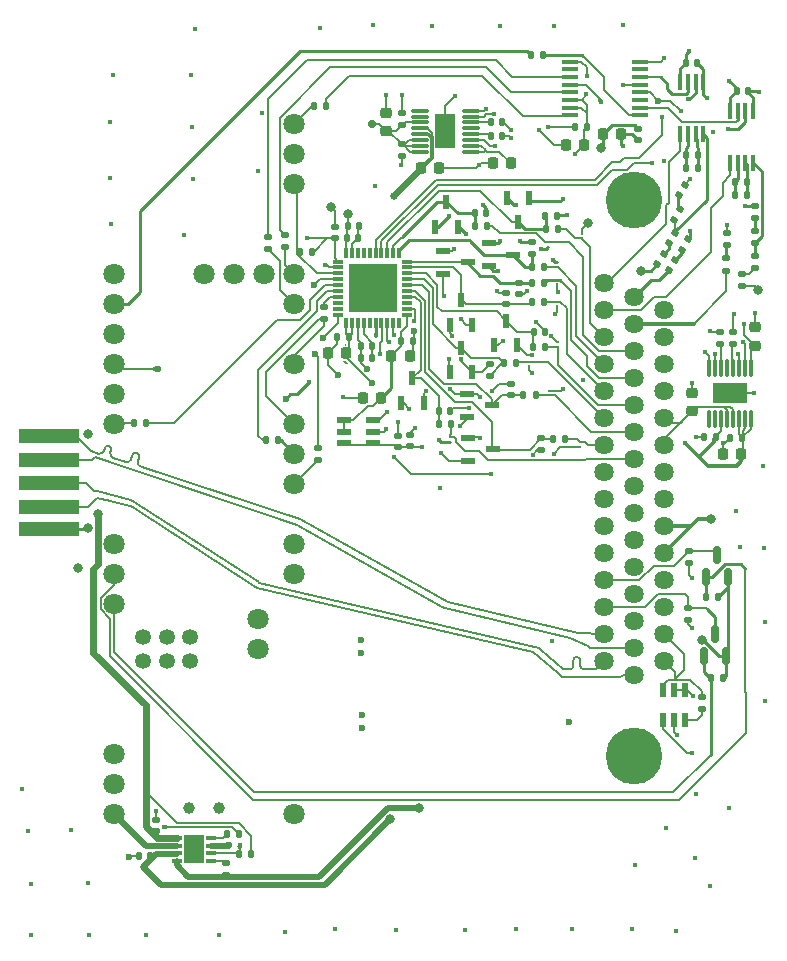
<source format=gbl>
G04 #@! TF.GenerationSoftware,KiCad,Pcbnew,8.0.4*
G04 #@! TF.CreationDate,2025-04-09T14:15:45-04:00*
G04 #@! TF.ProjectId,accessory_v4,61636365-7373-46f7-9279-5f76342e6b69,rev?*
G04 #@! TF.SameCoordinates,Original*
G04 #@! TF.FileFunction,Copper,L4,Bot*
G04 #@! TF.FilePolarity,Positive*
%FSLAX46Y46*%
G04 Gerber Fmt 4.6, Leading zero omitted, Abs format (unit mm)*
G04 Created by KiCad (PCBNEW 8.0.4) date 2025-04-09 14:15:45*
%MOMM*%
%LPD*%
G01*
G04 APERTURE LIST*
G04 Aperture macros list*
%AMRoundRect*
0 Rectangle with rounded corners*
0 $1 Rounding radius*
0 $2 $3 $4 $5 $6 $7 $8 $9 X,Y pos of 4 corners*
0 Add a 4 corners polygon primitive as box body*
4,1,4,$2,$3,$4,$5,$6,$7,$8,$9,$2,$3,0*
0 Add four circle primitives for the rounded corners*
1,1,$1+$1,$2,$3*
1,1,$1+$1,$4,$5*
1,1,$1+$1,$6,$7*
1,1,$1+$1,$8,$9*
0 Add four rect primitives between the rounded corners*
20,1,$1+$1,$2,$3,$4,$5,0*
20,1,$1+$1,$4,$5,$6,$7,0*
20,1,$1+$1,$6,$7,$8,$9,0*
20,1,$1+$1,$8,$9,$2,$3,0*%
G04 Aperture macros list end*
G04 #@! TA.AperFunction,SMDPad,CuDef*
%ADD10R,5.200000X1.250000*%
G04 #@! TD*
G04 #@! TA.AperFunction,ComponentPad*
%ADD11C,1.800000*%
G04 #@! TD*
G04 #@! TA.AperFunction,ComponentPad*
%ADD12C,1.000000*%
G04 #@! TD*
G04 #@! TA.AperFunction,ComponentPad*
%ADD13C,1.350000*%
G04 #@! TD*
G04 #@! TA.AperFunction,ComponentPad*
%ADD14C,1.638000*%
G04 #@! TD*
G04 #@! TA.AperFunction,ComponentPad*
%ADD15C,4.801000*%
G04 #@! TD*
G04 #@! TA.AperFunction,SMDPad,CuDef*
%ADD16RoundRect,0.135000X0.092715X-0.209413X0.227715X0.024413X-0.092715X0.209413X-0.227715X-0.024413X0*%
G04 #@! TD*
G04 #@! TA.AperFunction,SMDPad,CuDef*
%ADD17RoundRect,0.140000X0.170000X-0.140000X0.170000X0.140000X-0.170000X0.140000X-0.170000X-0.140000X0*%
G04 #@! TD*
G04 #@! TA.AperFunction,SMDPad,CuDef*
%ADD18RoundRect,0.135000X-0.135000X-0.185000X0.135000X-0.185000X0.135000X0.185000X-0.135000X0.185000X0*%
G04 #@! TD*
G04 #@! TA.AperFunction,SMDPad,CuDef*
%ADD19RoundRect,0.135000X0.185000X-0.135000X0.185000X0.135000X-0.185000X0.135000X-0.185000X-0.135000X0*%
G04 #@! TD*
G04 #@! TA.AperFunction,SMDPad,CuDef*
%ADD20R,0.254000X0.152400*%
G04 #@! TD*
G04 #@! TA.AperFunction,SMDPad,CuDef*
%ADD21RoundRect,0.140000X-0.140000X-0.170000X0.140000X-0.170000X0.140000X0.170000X-0.140000X0.170000X0*%
G04 #@! TD*
G04 #@! TA.AperFunction,SMDPad,CuDef*
%ADD22RoundRect,0.035000X0.690000X0.105000X-0.690000X0.105000X-0.690000X-0.105000X0.690000X-0.105000X0*%
G04 #@! TD*
G04 #@! TA.AperFunction,SMDPad,CuDef*
%ADD23R,1.651000X2.845000*%
G04 #@! TD*
G04 #@! TA.AperFunction,SMDPad,CuDef*
%ADD24R,1.250000X0.600000*%
G04 #@! TD*
G04 #@! TA.AperFunction,SMDPad,CuDef*
%ADD25RoundRect,0.225000X-0.250000X0.225000X-0.250000X-0.225000X0.250000X-0.225000X0.250000X0.225000X0*%
G04 #@! TD*
G04 #@! TA.AperFunction,SMDPad,CuDef*
%ADD26RoundRect,0.225000X0.225000X0.250000X-0.225000X0.250000X-0.225000X-0.250000X0.225000X-0.250000X0*%
G04 #@! TD*
G04 #@! TA.AperFunction,SMDPad,CuDef*
%ADD27R,0.850000X0.350000*%
G04 #@! TD*
G04 #@! TA.AperFunction,SMDPad,CuDef*
%ADD28R,1.700000X2.450000*%
G04 #@! TD*
G04 #@! TA.AperFunction,SMDPad,CuDef*
%ADD29RoundRect,0.140000X0.140000X0.170000X-0.140000X0.170000X-0.140000X-0.170000X0.140000X-0.170000X0*%
G04 #@! TD*
G04 #@! TA.AperFunction,SMDPad,CuDef*
%ADD30R,0.600000X1.250000*%
G04 #@! TD*
G04 #@! TA.AperFunction,SMDPad,CuDef*
%ADD31RoundRect,0.135000X0.135000X0.185000X-0.135000X0.185000X-0.135000X-0.185000X0.135000X-0.185000X0*%
G04 #@! TD*
G04 #@! TA.AperFunction,SMDPad,CuDef*
%ADD32R,1.200000X0.600000*%
G04 #@! TD*
G04 #@! TA.AperFunction,SMDPad,CuDef*
%ADD33RoundRect,0.225000X-0.225000X-0.250000X0.225000X-0.250000X0.225000X0.250000X-0.225000X0.250000X0*%
G04 #@! TD*
G04 #@! TA.AperFunction,SMDPad,CuDef*
%ADD34RoundRect,0.140000X-0.170000X0.140000X-0.170000X-0.140000X0.170000X-0.140000X0.170000X0.140000X0*%
G04 #@! TD*
G04 #@! TA.AperFunction,SMDPad,CuDef*
%ADD35R,0.450000X1.400000*%
G04 #@! TD*
G04 #@! TA.AperFunction,SMDPad,CuDef*
%ADD36R,1.475000X0.450000*%
G04 #@! TD*
G04 #@! TA.AperFunction,SMDPad,CuDef*
%ADD37RoundRect,0.035000X-0.105000X0.690000X-0.105000X-0.690000X0.105000X-0.690000X0.105000X0.690000X0*%
G04 #@! TD*
G04 #@! TA.AperFunction,SMDPad,CuDef*
%ADD38R,2.845000X1.651000*%
G04 #@! TD*
G04 #@! TA.AperFunction,SMDPad,CuDef*
%ADD39RoundRect,0.150000X0.150000X-0.587500X0.150000X0.587500X-0.150000X0.587500X-0.150000X-0.587500X0*%
G04 #@! TD*
G04 #@! TA.AperFunction,SMDPad,CuDef*
%ADD40RoundRect,0.135000X-0.185000X0.135000X-0.185000X-0.135000X0.185000X-0.135000X0.185000X0.135000X0*%
G04 #@! TD*
G04 #@! TA.AperFunction,SMDPad,CuDef*
%ADD41R,0.600000X1.200000*%
G04 #@! TD*
G04 #@! TA.AperFunction,SMDPad,CuDef*
%ADD42R,0.300000X0.850000*%
G04 #@! TD*
G04 #@! TA.AperFunction,SMDPad,CuDef*
%ADD43R,0.850000X0.300000*%
G04 #@! TD*
G04 #@! TA.AperFunction,SMDPad,CuDef*
%ADD44R,4.050000X4.050000*%
G04 #@! TD*
G04 #@! TA.AperFunction,ViaPad*
%ADD45C,0.800000*%
G04 #@! TD*
G04 #@! TA.AperFunction,ViaPad*
%ADD46C,0.450000*%
G04 #@! TD*
G04 #@! TA.AperFunction,ViaPad*
%ADD47C,0.700000*%
G04 #@! TD*
G04 #@! TA.AperFunction,ViaPad*
%ADD48C,0.600000*%
G04 #@! TD*
G04 #@! TA.AperFunction,ViaPad*
%ADD49C,0.650000*%
G04 #@! TD*
G04 #@! TA.AperFunction,Conductor*
%ADD50C,0.200000*%
G04 #@! TD*
G04 #@! TA.AperFunction,Conductor*
%ADD51C,0.500000*%
G04 #@! TD*
G04 #@! TA.AperFunction,Conductor*
%ADD52C,0.250000*%
G04 #@! TD*
G04 #@! TA.AperFunction,Conductor*
%ADD53C,0.600000*%
G04 #@! TD*
G04 #@! TA.AperFunction,Conductor*
%ADD54C,0.300000*%
G04 #@! TD*
G04 #@! TA.AperFunction,Conductor*
%ADD55C,0.220000*%
G04 #@! TD*
G04 APERTURE END LIST*
D10*
X3500000Y-36800000D03*
X3500000Y-38800000D03*
X3500000Y-40800000D03*
X3500000Y-42800000D03*
X3500000Y-44700000D03*
D11*
X8980000Y-63720000D03*
X19140000Y-23080000D03*
X24220000Y-48480000D03*
X24220000Y-45940000D03*
X24220000Y-40860000D03*
X24220000Y-38320000D03*
X24220000Y-35780000D03*
X8980000Y-35780000D03*
X8980000Y-45940000D03*
X8980000Y-48480000D03*
X8980000Y-51020000D03*
X24220000Y-30700000D03*
X24220000Y-25620000D03*
X24220000Y-23080000D03*
X24220000Y-15460000D03*
X24220000Y-12920000D03*
X24220000Y-10380000D03*
X8980000Y-23080000D03*
X8980000Y-25620000D03*
X8980000Y-28160000D03*
X8980000Y-30700000D03*
D12*
X17870000Y-68288000D03*
X15330000Y-68288000D03*
D11*
X24220000Y-68800000D03*
X8980000Y-33240000D03*
X8980000Y-66260000D03*
X16600000Y-23080000D03*
D13*
X13430000Y-53830000D03*
X13430000Y-55830000D03*
X11430000Y-55830000D03*
X11430000Y-53830000D03*
X15430000Y-53830000D03*
X15430000Y-55830000D03*
D11*
X21170000Y-54830000D03*
X21170000Y-52290000D03*
X21680000Y-23080000D03*
X8980000Y-68800000D03*
D14*
X50460000Y-55869000D03*
X50460000Y-53583000D03*
X50460000Y-51297000D03*
X50460000Y-49011000D03*
X50460000Y-46725000D03*
X50460000Y-44439000D03*
X50460000Y-42153000D03*
X50460000Y-39867000D03*
X50460000Y-37581000D03*
X50460000Y-35295000D03*
X50460000Y-33009000D03*
X50460000Y-30723000D03*
X50460000Y-28437000D03*
X50460000Y-26151000D03*
X50460000Y-23865000D03*
X53000000Y-57012000D03*
X53000000Y-54726000D03*
X53000000Y-52440000D03*
X53000000Y-50154000D03*
X53000000Y-47868000D03*
X53000000Y-45582000D03*
X53000000Y-43296000D03*
X53000000Y-41010000D03*
X53000000Y-38724000D03*
X53000000Y-36438000D03*
X53000000Y-34152000D03*
X53000000Y-31866000D03*
X53000000Y-29580000D03*
X53000000Y-27294000D03*
X53000000Y-25008000D03*
X55540000Y-55869000D03*
X55540000Y-53583000D03*
X55540000Y-51297000D03*
X55540000Y-49011000D03*
X55540000Y-46725000D03*
X55540000Y-44439000D03*
X55540000Y-42153000D03*
X55540000Y-39867000D03*
X55540000Y-37581000D03*
X55540000Y-35295000D03*
X55540000Y-33009000D03*
X55540000Y-30723000D03*
X55540000Y-28437000D03*
X55540000Y-26151000D03*
D15*
X53000000Y-63895000D03*
X53000000Y-16855000D03*
D16*
X55985000Y-20501673D03*
X56495000Y-19618327D03*
D17*
X34050000Y-37690000D03*
X34050000Y-36730000D03*
X40792400Y-31696600D03*
X40792400Y-30736600D03*
D18*
X44321000Y-22479000D03*
X45341000Y-22479000D03*
D19*
X57565548Y-52427900D03*
X57565548Y-51407900D03*
D20*
X45694600Y-20802600D03*
X45694600Y-20421600D03*
X46431200Y-23977600D03*
X46431200Y-23596600D03*
X48615600Y-19697700D03*
X48615600Y-20078700D03*
D21*
X58940000Y-36880000D03*
X59900000Y-36880000D03*
D22*
X39160000Y-9260000D03*
X39160000Y-9760000D03*
X39160000Y-10260000D03*
X39160000Y-10760000D03*
X39160000Y-11260000D03*
X39160000Y-11760000D03*
X39160000Y-12260000D03*
X39160000Y-12760000D03*
X34840000Y-12760000D03*
X34840000Y-12260000D03*
X34840000Y-11760000D03*
X34840000Y-11260000D03*
X34840000Y-10760000D03*
X34840000Y-10260000D03*
X34840000Y-9760000D03*
X34840000Y-9260000D03*
D23*
X37000000Y-11010000D03*
D24*
X38921000Y-38902600D03*
X38921000Y-36992600D03*
X41021000Y-37947600D03*
D18*
X44295600Y-4546600D03*
X45315600Y-4546600D03*
D25*
X63220000Y-27605000D03*
X63220000Y-29155000D03*
D26*
X36495000Y-14160000D03*
X34945000Y-14160000D03*
D20*
X46558200Y-28854400D03*
X46558200Y-29235400D03*
D27*
X17160000Y-70832500D03*
X17160000Y-71482500D03*
X17160000Y-72132500D03*
X17160000Y-72782500D03*
X14260000Y-72782500D03*
X14260000Y-72132500D03*
X14260000Y-71482500D03*
X14260000Y-70832500D03*
D28*
X15710000Y-71807500D03*
D19*
X60820000Y-22800000D03*
X60820000Y-21780000D03*
D21*
X44503400Y-27990800D03*
X45463400Y-27990800D03*
D19*
X22020000Y-21000000D03*
X22020000Y-19980000D03*
D29*
X41830000Y-10250000D03*
X40870000Y-10250000D03*
D30*
X35177400Y-34027800D03*
X33267400Y-34027800D03*
X34222400Y-31927800D03*
D31*
X19560000Y-70480000D03*
X18540000Y-70480000D03*
D21*
X61160000Y-36970000D03*
X62120000Y-36970000D03*
D17*
X33010000Y-37730000D03*
X33010000Y-36770000D03*
D21*
X29850000Y-30230000D03*
X30810000Y-30230000D03*
D31*
X11695000Y-35740000D03*
X10675000Y-35740000D03*
D30*
X43078400Y-29133800D03*
X41168400Y-29133800D03*
X42123400Y-27033800D03*
D18*
X41984200Y-30632400D03*
X43004200Y-30632400D03*
D32*
X30930000Y-35490000D03*
X30930000Y-36440000D03*
X30930000Y-37390000D03*
X28430000Y-37390000D03*
X28430000Y-36440000D03*
X28430000Y-35490000D03*
D33*
X41025000Y-13730000D03*
X42575000Y-13730000D03*
D18*
X36444400Y-35788600D03*
X37464400Y-35788600D03*
D17*
X44323000Y-21381600D03*
X44323000Y-20421600D03*
D19*
X62110000Y-24090000D03*
X62110000Y-23070000D03*
D30*
X39309000Y-27373000D03*
X37399000Y-27373000D03*
X38354000Y-25273000D03*
D20*
X45796200Y-32969200D03*
X45796200Y-33350200D03*
D29*
X12010000Y-72410000D03*
X11050000Y-72410000D03*
D34*
X60310000Y-28020000D03*
X60310000Y-28980000D03*
D31*
X58397200Y-14126400D03*
X57377200Y-14126400D03*
D19*
X26210000Y-38880000D03*
X26210000Y-37860000D03*
D35*
X63080000Y-13655000D03*
X62430000Y-13655000D03*
X61780000Y-13655000D03*
X61130000Y-13655000D03*
X61130000Y-9255000D03*
X61780000Y-9255000D03*
X62430000Y-9255000D03*
X63080000Y-9255000D03*
D26*
X48781000Y-12192000D03*
X47231000Y-12192000D03*
D16*
X55935000Y-22791673D03*
X56445000Y-21908327D03*
D19*
X63230800Y-18391000D03*
X63230800Y-17371000D03*
D24*
X36821400Y-23068200D03*
X36821400Y-21158200D03*
X38921400Y-22113200D03*
D34*
X43281600Y-23827800D03*
X43281600Y-24787800D03*
X12530000Y-69310000D03*
X12530000Y-70270000D03*
D18*
X44371800Y-23825200D03*
X45391800Y-23825200D03*
D29*
X41830000Y-11400000D03*
X40870000Y-11400000D03*
D18*
X44473400Y-29235400D03*
X45493400Y-29235400D03*
D20*
X46456600Y-22110700D03*
X46456600Y-22491700D03*
D36*
X53458000Y-5105000D03*
X53458000Y-5755000D03*
X53458000Y-6405000D03*
X53458000Y-7055000D03*
X53458000Y-7705000D03*
X53458000Y-8355000D03*
X53458000Y-9005000D03*
X53458000Y-9655000D03*
X47582000Y-9655000D03*
X47582000Y-9005000D03*
X47582000Y-8355000D03*
X47582000Y-7705000D03*
X47582000Y-7055000D03*
X47582000Y-6405000D03*
X47582000Y-5755000D03*
X47582000Y-5105000D03*
D20*
X44094400Y-30924500D03*
X44094400Y-30543500D03*
D33*
X50375000Y-11220000D03*
X51925000Y-11220000D03*
D26*
X28605000Y-29810000D03*
X27055000Y-29810000D03*
D24*
X38870200Y-35168800D03*
X38870200Y-33258800D03*
X40970200Y-34213800D03*
D16*
X54980000Y-22243346D03*
X55490000Y-21360000D03*
D29*
X29620000Y-20060000D03*
X28660000Y-20060000D03*
D30*
X42225000Y-16628400D03*
X44135000Y-16628400D03*
X43180000Y-18728400D03*
D20*
X46431200Y-25819100D03*
X46431200Y-25438100D03*
D25*
X57920000Y-33175000D03*
X57920000Y-34725000D03*
D19*
X26746200Y-26900600D03*
X26746200Y-25880600D03*
D30*
X38069800Y-19098000D03*
X36159800Y-19098000D03*
X37114800Y-16998000D03*
D29*
X62633200Y-7619600D03*
X61673200Y-7619600D03*
D37*
X59360000Y-31040000D03*
X59860000Y-31040000D03*
X60360000Y-31040000D03*
X60860000Y-31040000D03*
X61360000Y-31040000D03*
X61860000Y-31040000D03*
X62360000Y-31040000D03*
X62860000Y-31040000D03*
X62860000Y-35360000D03*
X62360000Y-35360000D03*
X61860000Y-35360000D03*
X61360000Y-35360000D03*
X60860000Y-35360000D03*
X60360000Y-35360000D03*
X59860000Y-35360000D03*
X59360000Y-35360000D03*
D38*
X61110000Y-33200000D03*
D31*
X60111348Y-50472100D03*
X59091348Y-50472100D03*
D39*
X60955748Y-48768000D03*
X59055748Y-48768000D03*
X60005748Y-46893000D03*
D19*
X63230800Y-22607400D03*
X63230800Y-21587400D03*
D35*
X58861600Y-11267800D03*
X58211600Y-11267800D03*
X57561600Y-11267800D03*
X56911600Y-11267800D03*
X56911600Y-6867800D03*
X57561600Y-6867800D03*
X58211600Y-6867800D03*
X58861600Y-6867800D03*
D16*
X57025000Y-21031673D03*
X57535000Y-20148327D03*
D40*
X18420000Y-72970000D03*
X18420000Y-73990000D03*
D31*
X25730000Y-21200000D03*
X24710000Y-21200000D03*
X26890000Y-8850000D03*
X25870000Y-8850000D03*
D17*
X27640000Y-20080000D03*
X27640000Y-19120000D03*
D16*
X56765000Y-16441673D03*
X57275000Y-15558327D03*
D33*
X32455000Y-30030000D03*
X34005000Y-30030000D03*
D34*
X53365400Y-10774800D03*
X53365400Y-11734800D03*
X45135800Y-37010400D03*
X45135800Y-37970400D03*
D31*
X58422600Y-13059600D03*
X57402600Y-13059600D03*
X62564200Y-15315800D03*
X61544200Y-15315800D03*
D20*
X37388800Y-37290500D03*
X37388800Y-36909500D03*
D25*
X31970000Y-9425000D03*
X31970000Y-10975000D03*
D41*
X57350000Y-60820000D03*
X56400000Y-60820000D03*
X55450000Y-60820000D03*
X55450000Y-58320000D03*
X56400000Y-58320000D03*
X57350000Y-58320000D03*
D26*
X31595000Y-33580000D03*
X30045000Y-33580000D03*
D18*
X44344400Y-25501600D03*
X45364400Y-25501600D03*
D21*
X39519600Y-17952400D03*
X40479600Y-17952400D03*
D19*
X57655548Y-47557900D03*
X57655548Y-46537900D03*
X63230800Y-20473800D03*
X63230800Y-19453800D03*
D29*
X48994000Y-10668000D03*
X48034000Y-10668000D03*
D31*
X22887400Y-37185600D03*
X21867400Y-37185600D03*
D17*
X42545000Y-33350200D03*
X42545000Y-32390200D03*
D21*
X29850000Y-29190000D03*
X30810000Y-29190000D03*
D29*
X29740000Y-19010000D03*
X28780000Y-19010000D03*
D18*
X19570000Y-72240000D03*
X20590000Y-72240000D03*
D29*
X58321000Y-5216800D03*
X57361000Y-5216800D03*
D21*
X36474400Y-34671000D03*
X37434400Y-34671000D03*
D30*
X39293800Y-31419800D03*
X37383800Y-31419800D03*
X38338800Y-29319800D03*
D33*
X60505000Y-38360000D03*
X62055000Y-38360000D03*
D34*
X33370000Y-9500000D03*
X33370000Y-10460000D03*
D31*
X60566548Y-57304700D03*
X59546548Y-57304700D03*
D19*
X60845400Y-20641000D03*
X60845400Y-19621000D03*
D40*
X58730000Y-58930000D03*
X58730000Y-59950000D03*
D31*
X62589600Y-16408000D03*
X61569600Y-16408000D03*
D16*
X56375000Y-18481673D03*
X56885000Y-17598327D03*
D34*
X61380000Y-28030000D03*
X61380000Y-28990000D03*
D17*
X42189400Y-25626000D03*
X42189400Y-24666000D03*
D19*
X23430000Y-20790000D03*
X23430000Y-19770000D03*
D21*
X45496600Y-18161000D03*
X46456600Y-18161000D03*
D29*
X28840000Y-28450000D03*
X27880000Y-28450000D03*
D39*
X60777948Y-55422800D03*
X58877948Y-55422800D03*
X59827948Y-53547800D03*
D42*
X33110000Y-27240000D03*
X32610000Y-27240000D03*
X32110000Y-27240000D03*
X31610000Y-27240000D03*
X31110000Y-27240000D03*
X30610000Y-27240000D03*
X30110000Y-27240000D03*
X29610000Y-27240000D03*
X29110000Y-27240000D03*
X28610000Y-27240000D03*
D43*
X27910000Y-26540000D03*
X27910000Y-26040000D03*
X27910000Y-25540000D03*
X27910000Y-25040000D03*
X27910000Y-24540000D03*
X27910000Y-24040000D03*
X27910000Y-23540000D03*
X27910000Y-23040000D03*
X27910000Y-22540000D03*
X27910000Y-22040000D03*
D42*
X28610000Y-21340000D03*
X29110000Y-21340000D03*
X29610000Y-21340000D03*
X30110000Y-21340000D03*
X30610000Y-21340000D03*
X31110000Y-21340000D03*
X31610000Y-21340000D03*
X32110000Y-21340000D03*
X32610000Y-21340000D03*
X33110000Y-21340000D03*
D43*
X33810000Y-22040000D03*
X33810000Y-22540000D03*
X33810000Y-23040000D03*
X33810000Y-23540000D03*
X33810000Y-24040000D03*
X33810000Y-24540000D03*
X33810000Y-25040000D03*
X33810000Y-25540000D03*
X33810000Y-26040000D03*
X33810000Y-26540000D03*
D44*
X30860000Y-24290000D03*
D18*
X46149800Y-37084000D03*
X47169800Y-37084000D03*
D24*
X40673600Y-22418000D03*
X40673600Y-20508000D03*
X42773600Y-21463000D03*
D17*
X33310000Y-13070000D03*
X33310000Y-12110000D03*
D18*
X43635200Y-33299400D03*
X44655200Y-33299400D03*
X45512800Y-19278600D03*
X46532800Y-19278600D03*
X39525800Y-19021800D03*
X40545800Y-19021800D03*
D20*
X48437800Y-37719000D03*
X48437800Y-37338000D03*
D21*
X33280000Y-28750000D03*
X34240000Y-28750000D03*
D45*
X6780000Y-44630000D03*
X6780000Y-36660000D03*
X32350000Y-69270000D03*
D46*
X32220000Y-28860000D03*
X13190000Y-69910000D03*
D47*
X30850000Y-10400000D03*
D46*
X57950000Y-58810000D03*
X56940000Y-9290000D03*
X40868600Y-40020000D03*
D48*
X30784800Y-32334200D03*
D45*
X50215800Y-12446000D03*
D46*
X59697600Y-11051752D03*
X57895000Y-48844200D03*
D45*
X59480000Y-43860000D03*
D46*
X32683600Y-38576400D03*
X57880548Y-53077900D03*
D48*
X55050000Y-8405000D03*
D46*
X63920000Y-39320000D03*
X35020000Y-37720000D03*
X57302400Y-37363400D03*
X48691800Y-32105600D03*
X55570000Y-4800000D03*
X31470000Y-29840000D03*
X60985400Y-10855000D03*
X54508400Y-13679500D03*
X62320000Y-27320000D03*
X37719000Y-20980400D03*
X59131200Y-8229600D03*
X39979600Y-33502600D03*
X41656000Y-20294600D03*
X46970000Y-16705000D03*
X63601600Y-7670800D03*
X55493098Y-13487400D03*
X41859200Y-28752800D03*
X62220000Y-28860000D03*
X37617258Y-28321142D03*
X37443351Y-32859999D03*
X39979600Y-37007800D03*
X37287200Y-30327600D03*
X37292600Y-18209000D03*
X33943000Y-34493200D03*
X55397400Y-9804400D03*
X57577316Y-8314540D03*
D48*
X12700000Y-31115000D03*
X25960000Y-29843800D03*
X25940000Y-24000000D03*
D49*
X32700000Y-16450000D03*
D45*
X63520000Y-24410000D03*
X53620000Y-22830000D03*
D46*
X31110000Y-28290500D03*
X19610000Y-71420000D03*
D45*
X7580000Y-43420000D03*
D46*
X25476200Y-32258000D03*
D48*
X23537891Y-33637509D03*
D46*
X50175194Y-8551318D03*
X53111400Y-73101200D03*
X47777400Y-78511400D03*
X8686800Y-18846800D03*
D48*
X29890000Y-55170000D03*
D46*
X32380000Y-22720000D03*
X42590000Y-11620000D03*
X52019200Y-7061200D03*
X36652200Y-38277800D03*
D45*
X49098200Y-18770600D03*
D46*
X59400000Y-74950000D03*
X12550000Y-68520000D03*
X43357800Y-20320000D03*
X60880000Y-18910000D03*
X33300000Y-13840000D03*
X32440000Y-24220000D03*
X60500000Y-37430000D03*
X27711400Y-78562200D03*
X29440000Y-25930000D03*
X58150000Y-72520000D03*
X1651000Y-70231000D03*
X57637800Y-4200800D03*
X61070000Y-6760000D03*
X38658800Y-78613000D03*
X8610600Y-10261600D03*
X40980000Y-32985002D03*
X63220000Y-26416000D03*
X29440000Y-22620000D03*
X59860000Y-29850000D03*
X6756400Y-74650600D03*
X62001400Y-46202600D03*
X42550000Y-10870000D03*
X59030000Y-29670000D03*
X35365400Y-33020000D03*
X46150000Y-21940000D03*
X36931600Y-24942800D03*
X64109600Y-59283600D03*
X5359400Y-70129400D03*
X17856200Y-79095600D03*
X26870000Y-22300000D03*
X64033400Y-46278800D03*
D48*
X27890000Y-31640000D03*
D46*
X32970000Y-35640000D03*
X41605200Y-2108200D03*
X14859000Y-19761200D03*
X41158404Y-9533598D03*
X47330000Y-18130000D03*
X44324302Y-29946600D03*
X61630000Y-43140000D03*
X15671800Y-15011400D03*
D48*
X29890000Y-54090000D03*
D46*
X45923200Y-28321000D03*
D48*
X29950000Y-60410000D03*
D46*
X57700000Y-19450000D03*
X32816800Y-78638400D03*
X61835000Y-29840000D03*
X31970000Y-7930000D03*
X29340000Y-25050000D03*
X42976800Y-78587600D03*
X45160000Y-20980000D03*
X58240000Y-36880000D03*
X40202800Y-17241200D03*
X46177200Y-38303200D03*
D48*
X29930000Y-61560000D03*
D46*
X15519400Y-6273800D03*
X41480000Y-22840000D03*
X52070000Y-12293600D03*
X32440000Y-25760000D03*
X15710000Y-71807500D03*
X62370000Y-17360000D03*
D48*
X34360000Y-27930000D03*
D46*
X32090000Y-34780000D03*
X43916600Y-24511000D03*
X34350000Y-27080000D03*
X38330000Y-30319802D03*
D45*
X34820000Y-68280000D03*
D46*
X1193800Y-66675000D03*
X38765800Y-19682200D03*
X41220000Y-12230000D03*
X56515000Y-78689200D03*
X40470000Y-9085000D03*
X23418800Y-78841600D03*
X15544800Y-10617200D03*
X44404054Y-38388129D03*
D48*
X26670000Y-28510000D03*
D46*
X63150000Y-33200000D03*
X56600000Y-62090000D03*
X61480000Y-26500000D03*
X30911800Y-2032000D03*
X44348400Y-31445200D03*
X21513800Y-9474200D03*
X29430000Y-23250000D03*
D48*
X18740000Y-71480000D03*
D46*
X37800000Y-8035000D03*
X57760000Y-15070000D03*
D45*
X27370000Y-17420000D03*
D46*
X41427400Y-24511000D03*
X34470000Y-36130000D03*
X15824200Y-2336800D03*
X29380000Y-24220000D03*
D48*
X10200000Y-72430000D03*
D46*
X42976800Y-17272000D03*
X33390000Y-7940000D03*
X38981942Y-34409400D03*
X45720000Y-10668000D03*
X36474400Y-37109400D03*
X32430000Y-23440000D03*
X26416000Y-2260600D03*
X52044600Y-2006600D03*
X21158200Y-14351000D03*
X38252400Y-35991800D03*
X57920000Y-32310000D03*
X46228000Y-2108200D03*
X64109600Y-52578000D03*
X8915400Y-6273800D03*
X39900000Y-13870000D03*
X32490000Y-24990000D03*
D45*
X28810000Y-18020000D03*
D46*
X6858000Y-79019400D03*
X46278800Y-26466800D03*
X32010000Y-36230000D03*
X36525200Y-41198800D03*
X52806600Y-78536800D03*
X55702200Y-70002400D03*
X28330000Y-33510000D03*
X59390000Y-27940000D03*
X11709400Y-79019400D03*
X8610600Y-14986000D03*
D48*
X47480000Y-61000000D03*
D46*
X46050200Y-54127400D03*
X35890200Y-2057400D03*
X44729400Y-27196026D03*
X46532800Y-24587200D03*
X1955800Y-79095600D03*
X58267600Y-67106800D03*
X32650000Y-28240000D03*
D48*
X30378400Y-31130000D03*
D46*
X46960000Y-32800000D03*
X44958000Y-10922000D03*
X1930400Y-74777600D03*
X61036200Y-68275200D03*
X38303200Y-26873200D03*
X25270000Y-20070000D03*
X48958768Y-7841232D03*
X48006000Y-12954000D03*
X49022000Y-6350000D03*
X31090000Y-15610000D03*
X57930000Y-63660000D03*
D45*
X58790000Y-54050000D03*
X5900000Y-47950000D03*
D50*
X31380000Y-35490000D02*
X30930000Y-35490000D01*
X32090000Y-34780000D02*
X31380000Y-35490000D01*
D51*
X34945000Y-14215000D02*
X34945000Y-14160000D01*
X32700000Y-16450000D02*
X32710000Y-16450000D01*
X32710000Y-16450000D02*
X34945000Y-14215000D01*
D50*
X9020000Y-35740000D02*
X8980000Y-35780000D01*
X10675000Y-35740000D02*
X9020000Y-35740000D01*
D52*
X6710000Y-44700000D02*
X3500000Y-44700000D01*
X6780000Y-44630000D02*
X6710000Y-44700000D01*
D53*
X11640000Y-59610000D02*
X11640000Y-67310000D01*
X7213600Y-55183600D02*
X11640000Y-59610000D01*
X7213600Y-48098482D02*
X7213600Y-55183600D01*
X7630000Y-47682082D02*
X7213600Y-48098482D01*
X7630000Y-43470000D02*
X7630000Y-47682082D01*
X7580000Y-43420000D02*
X7630000Y-43470000D01*
D50*
X8980000Y-49465400D02*
X8980000Y-48480000D01*
X8503654Y-49870000D02*
X8575400Y-49870000D01*
X7830000Y-50543654D02*
X8503654Y-49870000D01*
X8600000Y-55470000D02*
X8600000Y-52266346D01*
X20760000Y-67630000D02*
X8600000Y-55470000D01*
X62440000Y-61960000D02*
X56770000Y-67630000D01*
X8575400Y-49870000D02*
X8980000Y-49465400D01*
X8600000Y-52266346D02*
X7830000Y-51496346D01*
X7830000Y-51496346D02*
X7830000Y-50543654D01*
X62440000Y-58522352D02*
X62440000Y-61960000D01*
X62425548Y-58507900D02*
X62440000Y-58522352D01*
X62425548Y-48033700D02*
X62425548Y-58507900D01*
X56770000Y-67630000D02*
X20760000Y-67630000D01*
X26210000Y-30093800D02*
X26210000Y-37860000D01*
X25960000Y-29843800D02*
X26210000Y-30093800D01*
X32110000Y-28750000D02*
X32110000Y-27240000D01*
X32220000Y-28860000D02*
X32110000Y-28750000D01*
D51*
X14260000Y-73170000D02*
X14260000Y-72832500D01*
X26338629Y-74150000D02*
X15240000Y-74150000D01*
X32178629Y-68310000D02*
X26338629Y-74150000D01*
X34790000Y-68310000D02*
X32178629Y-68310000D01*
X15240000Y-74150000D02*
X14260000Y-73170000D01*
X34820000Y-68280000D02*
X34790000Y-68310000D01*
X12507500Y-72182500D02*
X14260000Y-72182500D01*
X12950000Y-74800000D02*
X11420000Y-73270000D01*
X11420000Y-73270000D02*
X12507500Y-72182500D01*
X26820000Y-74800000D02*
X12950000Y-74800000D01*
X32350000Y-69270000D02*
X26820000Y-74800000D01*
D50*
X40860000Y-10260000D02*
X40870000Y-10250000D01*
X39160000Y-10260000D02*
X40860000Y-10260000D01*
X40870000Y-11400000D02*
X40730000Y-11260000D01*
X40730000Y-11260000D02*
X39160000Y-11260000D01*
X60385000Y-31015000D02*
X60385000Y-29055000D01*
X60385000Y-29055000D02*
X60310000Y-28980000D01*
X60360000Y-31040000D02*
X60385000Y-31015000D01*
X61310000Y-29060000D02*
X61380000Y-28990000D01*
X61310000Y-30990000D02*
X61310000Y-29060000D01*
X61360000Y-31040000D02*
X61310000Y-30990000D01*
X62110000Y-23070000D02*
X62768200Y-23070000D01*
X62768200Y-23070000D02*
X63230800Y-22607400D01*
X61135000Y-34335000D02*
X60604732Y-34335000D01*
X55540000Y-35295000D02*
X55932000Y-35687000D01*
X60860000Y-35360000D02*
X60860000Y-34590268D01*
X55540000Y-37105000D02*
X55540000Y-37581000D01*
X55932000Y-35687000D02*
X56958000Y-35687000D01*
X60860000Y-34590268D02*
X60604732Y-34335000D01*
X56958000Y-35687000D02*
X57340000Y-35305000D01*
X61360000Y-35360000D02*
X61360000Y-34560000D01*
X60604732Y-34335000D02*
X58310000Y-34335000D01*
X57340000Y-35305000D02*
X55540000Y-37105000D01*
X58310000Y-34335000D02*
X57340000Y-35305000D01*
X61360000Y-34560000D02*
X61135000Y-34335000D01*
X28430000Y-35490000D02*
X29230000Y-35490000D01*
X33810000Y-27487153D02*
X33810000Y-26540000D01*
X33282902Y-28014251D02*
X33280000Y-28017153D01*
X29230000Y-35490000D02*
X30430000Y-34290000D01*
D52*
X32455000Y-32720000D02*
X32455000Y-30030000D01*
X31595000Y-33580000D02*
X32455000Y-32720000D01*
D50*
X30430000Y-34290000D02*
X30885000Y-34290000D01*
X33282902Y-28014251D02*
X33810000Y-27487153D01*
X30885000Y-34290000D02*
X31595000Y-33580000D01*
X28430000Y-36440000D02*
X28430000Y-35490000D01*
X33280000Y-28017153D02*
X33280000Y-28750000D01*
X33280000Y-29205000D02*
X33280000Y-28750000D01*
X32455000Y-30030000D02*
X33280000Y-29205000D01*
X30110000Y-28210000D02*
X30110000Y-27240000D01*
X30820000Y-29960000D02*
X30820000Y-28920000D01*
X30110000Y-28210000D02*
X30820000Y-28920000D01*
X29620000Y-19130000D02*
X29740000Y-19010000D01*
X29110000Y-20570000D02*
X29620000Y-20060000D01*
X29110000Y-21340000D02*
X29110000Y-20570000D01*
X29620000Y-20060000D02*
X29620000Y-19130000D01*
X33970000Y-11760000D02*
X34840000Y-11760000D01*
X28600000Y-28210000D02*
X28600000Y-27250000D01*
X34060000Y-12760000D02*
X34840000Y-12760000D01*
X28600000Y-27250000D02*
X28610000Y-27240000D01*
X31970000Y-10975000D02*
X32855000Y-10975000D01*
X28840000Y-28450000D02*
X29110000Y-28180000D01*
X28605000Y-29810000D02*
X28830000Y-29585000D01*
D52*
X50375000Y-12286800D02*
X50375000Y-11220000D01*
D51*
X14260000Y-71532500D02*
X11712500Y-71532500D01*
D50*
X31395000Y-10400000D02*
X31970000Y-10975000D01*
X57565548Y-52427900D02*
X57565548Y-52762900D01*
D54*
X57826000Y-44439000D02*
X55540000Y-44439000D01*
X58405000Y-43860000D02*
X57826000Y-44439000D01*
D50*
X54350000Y-7705000D02*
X53458000Y-7705000D01*
X33410000Y-12110000D02*
X34060000Y-12760000D01*
D52*
X53060600Y-10470000D02*
X53365400Y-10774800D01*
D50*
X28830000Y-29585000D02*
X28830000Y-28460000D01*
X13190000Y-69910000D02*
X18990000Y-69910000D01*
X57895000Y-48844200D02*
X57755400Y-48704600D01*
X30784800Y-32334200D02*
X28605000Y-30154400D01*
X28840000Y-28450000D02*
X28600000Y-28210000D01*
D52*
X51125000Y-10470000D02*
X53060600Y-10470000D01*
D50*
X33570000Y-10260000D02*
X34840000Y-10260000D01*
X57460000Y-58320000D02*
X57950000Y-58810000D01*
D54*
X55540000Y-46725000D02*
X58405000Y-43860000D01*
D50*
X32175000Y-10975000D02*
X33310000Y-12110000D01*
X33310000Y-12110000D02*
X33410000Y-12110000D01*
X28605000Y-30154400D02*
X28605000Y-29810000D01*
D51*
X11712500Y-71532500D02*
X8980000Y-68800000D01*
D50*
X56055000Y-8405000D02*
X55050000Y-8405000D01*
D52*
X50375000Y-11220000D02*
X51125000Y-10470000D01*
D50*
X32683600Y-38576400D02*
X34127200Y-40020000D01*
X54350000Y-7705000D02*
X55050000Y-8405000D01*
X33460000Y-12260000D02*
X34840000Y-12260000D01*
X57565548Y-52762900D02*
X57880548Y-53077900D01*
X28830000Y-28460000D02*
X28840000Y-28450000D01*
X34127200Y-40020000D02*
X40868600Y-40020000D01*
X57350000Y-58320000D02*
X57460000Y-58320000D01*
X33310000Y-12110000D02*
X33620000Y-12110000D01*
X18990000Y-69910000D02*
X19560000Y-70480000D01*
X56940000Y-9290000D02*
X56055000Y-8405000D01*
X57655548Y-48604748D02*
X57655548Y-47557900D01*
X30850000Y-10400000D02*
X31395000Y-10400000D01*
X32855000Y-10975000D02*
X33370000Y-10460000D01*
X33370000Y-10460000D02*
X33570000Y-10260000D01*
X33310000Y-12110000D02*
X33460000Y-12260000D01*
D52*
X50215800Y-12446000D02*
X50375000Y-12286800D01*
D50*
X29110000Y-28180000D02*
X29110000Y-27240000D01*
X56400000Y-58320000D02*
X57350000Y-58320000D01*
X33620000Y-12110000D02*
X33970000Y-11760000D01*
D54*
X58405000Y-43860000D02*
X59480000Y-43860000D01*
D50*
X57755400Y-48704600D02*
X57655548Y-48604748D01*
X31970000Y-10975000D02*
X32175000Y-10975000D01*
X28430000Y-37390000D02*
X28630000Y-37590000D01*
D54*
X62055000Y-38960800D02*
X62055000Y-38360000D01*
X59755000Y-37323800D02*
X58508900Y-38569900D01*
D50*
X34010000Y-37730000D02*
X34050000Y-37690000D01*
D54*
X61696600Y-39319200D02*
X62055000Y-38960800D01*
D50*
X62860000Y-36190000D02*
X62860000Y-35360000D01*
X62235000Y-37045000D02*
X62130000Y-36940000D01*
X62235000Y-38240000D02*
X62235000Y-37045000D01*
X32870000Y-37590000D02*
X33010000Y-37730000D01*
D54*
X59755000Y-37025000D02*
X59755000Y-37323800D01*
D50*
X61860000Y-36670000D02*
X61860000Y-35360000D01*
X62370000Y-36170000D02*
X62370000Y-35370000D01*
X28630000Y-37590000D02*
X32870000Y-37590000D01*
X33010000Y-37730000D02*
X35010000Y-37730000D01*
X35010000Y-37730000D02*
X35020000Y-37720000D01*
X62180000Y-36890000D02*
X62180000Y-36360000D01*
X59900000Y-36880000D02*
X59755000Y-37025000D01*
X62130000Y-36920000D02*
X62860000Y-36190000D01*
X62130000Y-36940000D02*
X62180000Y-36890000D01*
X60360000Y-36420000D02*
X60360000Y-35360000D01*
D54*
X59258200Y-39319200D02*
X61696600Y-39319200D01*
D50*
X59900000Y-36880000D02*
X60360000Y-36420000D01*
X62130000Y-36940000D02*
X62130000Y-36920000D01*
D54*
X58508900Y-38569900D02*
X57302400Y-37363400D01*
X58508900Y-38569900D02*
X59258200Y-39319200D01*
D50*
X33010000Y-37730000D02*
X34010000Y-37730000D01*
X62180000Y-36360000D02*
X62370000Y-36170000D01*
X62370000Y-35370000D02*
X62360000Y-35360000D01*
X62130000Y-36940000D02*
X61860000Y-36670000D01*
X31470000Y-29840000D02*
X31470000Y-28902053D01*
X31630000Y-28742053D02*
X31630000Y-27260000D01*
X55265000Y-5105000D02*
X53458000Y-5105000D01*
X31470000Y-28902053D02*
X31630000Y-28742053D01*
X55570000Y-4800000D02*
X55265000Y-5105000D01*
X31630000Y-27260000D02*
X31610000Y-27240000D01*
D52*
X63825800Y-14400800D02*
X63825800Y-19878800D01*
X63825800Y-19878800D02*
X63230800Y-20473800D01*
X63080000Y-13655000D02*
X63825800Y-14400800D01*
X63230800Y-21587400D02*
X63230800Y-20473800D01*
X58422600Y-12439400D02*
X58422600Y-13059600D01*
X58357000Y-11691400D02*
X58357000Y-12373800D01*
X58397200Y-14126400D02*
X58397200Y-13085000D01*
X58397200Y-13085000D02*
X58422600Y-13059600D01*
X58357000Y-12373800D02*
X58422600Y-12439400D01*
X57402600Y-13059600D02*
X57379200Y-13036200D01*
X57379200Y-12424600D02*
X57561600Y-12242200D01*
X57561600Y-12242200D02*
X57561600Y-11267800D01*
X57377200Y-14126400D02*
X57377200Y-13085000D01*
X57377200Y-13085000D02*
X57402600Y-13059600D01*
X57379200Y-13036200D02*
X57379200Y-12424600D01*
D50*
X57200000Y-56660000D02*
X57200000Y-55243000D01*
X57760000Y-57470000D02*
X58730000Y-58440000D01*
X55450000Y-57870000D02*
X55850000Y-57470000D01*
X55450000Y-58320000D02*
X55450000Y-57870000D01*
X56390000Y-57470000D02*
X57200000Y-56660000D01*
X55450000Y-55959000D02*
X55540000Y-55869000D01*
X56500000Y-57470000D02*
X57760000Y-57470000D01*
X57200000Y-55243000D02*
X55540000Y-53583000D01*
X56500000Y-57470000D02*
X56500000Y-56829000D01*
X56390000Y-57470000D02*
X56500000Y-57470000D01*
X55850000Y-57470000D02*
X56390000Y-57470000D01*
X56500000Y-56829000D02*
X55540000Y-55869000D01*
X58730000Y-58440000D02*
X58730000Y-58930000D01*
D52*
X62430000Y-10205000D02*
X62430000Y-9255000D01*
D50*
X51117430Y-14249400D02*
X49826830Y-15540000D01*
X52401574Y-14249400D02*
X51117430Y-14249400D01*
X54508400Y-13679500D02*
X52971474Y-13679500D01*
X31610000Y-20320000D02*
X31610000Y-21340000D01*
X52971474Y-13679500D02*
X52401574Y-14249400D01*
X49826830Y-15540000D02*
X36390000Y-15540000D01*
D52*
X60985400Y-10855000D02*
X61780000Y-10855000D01*
D50*
X36390000Y-15540000D02*
X31610000Y-20320000D01*
D52*
X61780000Y-10855000D02*
X62430000Y-10205000D01*
D50*
X40565000Y-12755000D02*
X41600000Y-12755000D01*
X40070000Y-12260000D02*
X40440000Y-12630000D01*
X40440000Y-12630000D02*
X40565000Y-12755000D01*
X40310000Y-12760000D02*
X40440000Y-12630000D01*
X41600000Y-12755000D02*
X42575000Y-13730000D01*
X39160000Y-12760000D02*
X40310000Y-12760000D01*
X39160000Y-12260000D02*
X40070000Y-12260000D01*
X38430200Y-36880800D02*
X39852600Y-36880800D01*
X36711200Y-21158200D02*
X37541200Y-21158200D01*
D52*
X63550400Y-7619600D02*
X62633200Y-7619600D01*
D50*
X38870200Y-33258800D02*
X39735800Y-33258800D01*
X37287200Y-31323200D02*
X37383800Y-31419800D01*
D52*
X58861600Y-5757400D02*
X58861600Y-6867800D01*
D50*
X62860000Y-31040000D02*
X62860000Y-29550000D01*
D52*
X58831600Y-6990686D02*
X58836200Y-6986086D01*
X59131200Y-8229600D02*
X58831600Y-7930000D01*
X63080000Y-8140000D02*
X62585000Y-7645000D01*
X58321000Y-5216800D02*
X58861600Y-5757400D01*
X40673600Y-20508000D02*
X41442600Y-20508000D01*
X41442600Y-20508000D02*
X41656000Y-20294600D01*
X58831600Y-7930000D02*
X58831600Y-6990686D01*
D50*
X37842152Y-33258800D02*
X38870200Y-33258800D01*
D52*
X63080000Y-9255000D02*
X63080000Y-8140000D01*
D50*
X39735800Y-33258800D02*
X39979600Y-33502600D01*
X62220000Y-28860000D02*
X62360000Y-29000000D01*
X62360000Y-29000000D02*
X62360000Y-31040000D01*
X62320000Y-28255000D02*
X63220000Y-29155000D01*
D52*
X46970000Y-16705000D02*
X46750600Y-16924400D01*
D50*
X41478200Y-29133800D02*
X41859200Y-28752800D01*
D52*
X63601600Y-7670800D02*
X63550400Y-7619600D01*
X46750600Y-16924400D02*
X44289600Y-16924400D01*
D50*
X37541200Y-21158200D02*
X37719000Y-20980400D01*
X41168400Y-29133800D02*
X41478200Y-29133800D01*
X37287200Y-30327600D02*
X37287200Y-31323200D01*
X37399000Y-27373000D02*
X37399000Y-28102884D01*
D52*
X36403600Y-19098000D02*
X37292600Y-18209000D01*
D50*
X37443351Y-32859999D02*
X37842152Y-33258800D01*
D52*
X36159800Y-19098000D02*
X36403600Y-19098000D01*
D50*
X33477600Y-34027800D02*
X33943000Y-34493200D01*
X62320000Y-27320000D02*
X62320000Y-28255000D01*
X37399000Y-28102884D02*
X37617258Y-28321142D01*
X39852600Y-36880800D02*
X39979600Y-37007800D01*
X23020000Y-9882943D02*
X27292943Y-5610000D01*
X42545000Y-7705000D02*
X47582000Y-7705000D01*
X23430000Y-19770000D02*
X23020000Y-19360000D01*
X27292943Y-5610000D02*
X40450000Y-5610000D01*
X40450000Y-5610000D02*
X42545000Y-7705000D01*
X23020000Y-19360000D02*
X23020000Y-9882943D01*
D52*
X63230800Y-19453800D02*
X63230800Y-18391000D01*
X60820000Y-21780000D02*
X60820000Y-20666400D01*
X60820000Y-20666400D02*
X60845400Y-20641000D01*
X55490000Y-21360000D02*
X55985000Y-20865000D01*
X55985000Y-20865000D02*
X55985000Y-20501673D01*
D50*
X35671800Y-22540000D02*
X35693600Y-22518200D01*
X38354000Y-25273000D02*
X38455600Y-25273000D01*
X44220000Y-25626000D02*
X44344400Y-25501600D01*
X42189400Y-25626000D02*
X44220000Y-25626000D01*
X37696400Y-22518200D02*
X38354000Y-23175800D01*
X38455600Y-25273000D02*
X38808600Y-25626000D01*
X35693600Y-22518200D02*
X37696400Y-22518200D01*
X33810000Y-22540000D02*
X35671800Y-22540000D01*
X38808600Y-25626000D02*
X42189400Y-25626000D01*
X38354000Y-23175800D02*
X38354000Y-25273000D01*
D52*
X59139600Y-14900470D02*
X59139600Y-16830400D01*
X56495000Y-19475000D02*
X56495000Y-19618327D01*
X59136400Y-11542600D02*
X59136400Y-14897270D01*
D50*
X56495000Y-18601673D02*
X56375000Y-18481673D01*
D52*
X59139600Y-16830400D02*
X56495000Y-19475000D01*
X58861600Y-11267800D02*
X59136400Y-11542600D01*
D50*
X56495000Y-19618327D02*
X56495000Y-18601673D01*
D52*
X59136400Y-14897270D02*
X59139600Y-14900470D01*
D50*
X51831200Y-13650000D02*
X52171600Y-13309600D01*
D52*
X57577316Y-8314540D02*
X57625553Y-8314540D01*
D50*
X31110000Y-20254314D02*
X36224315Y-15140000D01*
X36224315Y-15140000D02*
X49650000Y-15140000D01*
X55397400Y-11328400D02*
X55397400Y-9804400D01*
X51140000Y-13650000D02*
X51831200Y-13650000D01*
X53416200Y-13309600D02*
X55397400Y-11328400D01*
D52*
X58211600Y-7728493D02*
X58211600Y-6867800D01*
D50*
X49650000Y-15140000D02*
X51140000Y-13650000D01*
D52*
X57625553Y-8314540D02*
X58211600Y-7728493D01*
D50*
X31110000Y-21340000D02*
X31110000Y-20254314D01*
X52171600Y-13309600D02*
X53416200Y-13309600D01*
X9395000Y-31115000D02*
X8980000Y-30700000D01*
X12700000Y-31115000D02*
X9395000Y-31115000D01*
D52*
X56718200Y-16434800D02*
X56718200Y-17431527D01*
X56718200Y-17431527D02*
X56885000Y-17598327D01*
X57025000Y-21031673D02*
X57025000Y-21328327D01*
X57025000Y-21328327D02*
X56445000Y-21908327D01*
D50*
X22780000Y-27000000D02*
X14040000Y-35740000D01*
X25530000Y-26170000D02*
X24700000Y-27000000D01*
X27910000Y-24040000D02*
X26820000Y-24040000D01*
X25530000Y-25330000D02*
X25530000Y-26170000D01*
X24700000Y-27000000D02*
X22780000Y-27000000D01*
X14040000Y-35740000D02*
X11695000Y-35740000D01*
X26820000Y-24040000D02*
X25530000Y-25330000D01*
X26400000Y-23540000D02*
X27910000Y-23540000D01*
X25940000Y-24000000D02*
X26400000Y-23540000D01*
X26140000Y-23040000D02*
X24490000Y-21390000D01*
X24490000Y-21390000D02*
X24490000Y-15730000D01*
X27910000Y-23040000D02*
X26140000Y-23040000D01*
X24490000Y-15730000D02*
X24220000Y-15460000D01*
D52*
X43789600Y-22479000D02*
X42773600Y-21463000D01*
X42773600Y-21463000D02*
X40259000Y-21463000D01*
X33110000Y-21093600D02*
X33959800Y-20243800D01*
X33959800Y-20243800D02*
X39065200Y-20243800D01*
X44321000Y-21383600D02*
X44323000Y-21381600D01*
X39090600Y-20294600D02*
X40259000Y-21463000D01*
X44321000Y-22479000D02*
X43789600Y-22479000D01*
X33110000Y-21340000D02*
X33110000Y-21093600D01*
X44321000Y-22479000D02*
X44321000Y-21383600D01*
D50*
X39929000Y-16027400D02*
X42630000Y-18728400D01*
X42630000Y-18728400D02*
X43180000Y-18728400D01*
X32110000Y-20385686D02*
X36468286Y-16027400D01*
D52*
X45512800Y-19278600D02*
X43730200Y-19278600D01*
X45512800Y-19278600D02*
X45512800Y-18177200D01*
X45512800Y-18177200D02*
X45496600Y-18161000D01*
X43730200Y-19278600D02*
X43180000Y-18728400D01*
D50*
X32110000Y-21340000D02*
X32110000Y-20385686D01*
X36468286Y-16027400D02*
X39929000Y-16027400D01*
X10379222Y-42750215D02*
X10299430Y-42698684D01*
X8243611Y-42216938D02*
X8227067Y-42212979D01*
X7499862Y-42055538D02*
X7569200Y-42055538D01*
X8227067Y-42212979D02*
X8223872Y-42212214D01*
X51841400Y-57175400D02*
X51866800Y-57150000D01*
X7866514Y-42126690D02*
X7866514Y-42126691D01*
X8223872Y-42212214D02*
X8211093Y-42209156D01*
X8413389Y-42257569D02*
X8326903Y-42236871D01*
X7986659Y-42155444D02*
X7946611Y-42145860D01*
X3479800Y-42829400D02*
X6726000Y-42829400D01*
X8068810Y-42175104D02*
X8065616Y-42174340D01*
X10299430Y-42698684D02*
X8631641Y-42309801D01*
X7828115Y-42117502D02*
X7822364Y-42116125D01*
X8198313Y-42206097D02*
X8188729Y-42203803D01*
X21107509Y-49678714D02*
X44480800Y-55126400D01*
X46558200Y-56845200D02*
X46888400Y-57175400D01*
X8000009Y-42158639D02*
X7986659Y-42155444D01*
X8052266Y-42171145D02*
X8049071Y-42170380D01*
X52131800Y-57012000D02*
X53000000Y-57012000D01*
X51993800Y-57150000D02*
X52131800Y-57012000D01*
X7919912Y-42139470D02*
X7906563Y-42136275D01*
X7834889Y-42119123D02*
X7829140Y-42117747D01*
X6726000Y-42829400D02*
X7499862Y-42055538D01*
X8045877Y-42169616D02*
X8039487Y-42168087D01*
X8065616Y-42174340D02*
X8052266Y-42171145D01*
X7906563Y-42136275D02*
X7879863Y-42129885D01*
X7853164Y-42123496D02*
X7834889Y-42119123D01*
X7879863Y-42129885D02*
X7866514Y-42126690D01*
X8613366Y-42305428D02*
X8612335Y-42305181D01*
X8588311Y-42299432D02*
X8413389Y-42257569D01*
X10393355Y-42759342D02*
X10379222Y-42750215D01*
X46888400Y-57175400D02*
X51841400Y-57175400D01*
X8091744Y-42180593D02*
X8072005Y-42175869D01*
X8606587Y-42303806D02*
X8588311Y-42299432D01*
X7829140Y-42117747D02*
X7828115Y-42117502D01*
X8619115Y-42306804D02*
X8613366Y-42305428D01*
X44480800Y-55126400D02*
X46558200Y-56845200D01*
X8188729Y-42203803D02*
X8137042Y-42191433D01*
X51866800Y-57150000D02*
X51993800Y-57150000D01*
X7946611Y-42145860D02*
X7919912Y-42139470D01*
X8016553Y-42162598D02*
X8000009Y-42158639D01*
X7791567Y-42108755D02*
X7569200Y-42055538D01*
X7809841Y-42113128D02*
X7791567Y-42108755D01*
X8137042Y-42191433D02*
X8137042Y-42191434D01*
X7822364Y-42116125D02*
X7816614Y-42114749D01*
X8072005Y-42175869D02*
X8068810Y-42175104D01*
X8036292Y-42167322D02*
X8019748Y-42163363D01*
X8137042Y-42191434D02*
X8091744Y-42180593D01*
X7816614Y-42114749D02*
X7815591Y-42114504D01*
X7815591Y-42114504D02*
X7809841Y-42113128D01*
X8211093Y-42209156D02*
X8198313Y-42206097D01*
X8624862Y-42308179D02*
X8619115Y-42306804D01*
X8039487Y-42168087D02*
X8036292Y-42167322D01*
X8625891Y-42308425D02*
X8624862Y-42308179D01*
X8326903Y-42236871D02*
X8243611Y-42216938D01*
X8049071Y-42170380D02*
X8045877Y-42169616D01*
X8019748Y-42163363D02*
X8016553Y-42162598D01*
X8612335Y-42305181D02*
X8606587Y-42303806D01*
X8631641Y-42309801D02*
X8625891Y-42308425D01*
X10393355Y-42759342D02*
X21107509Y-49678714D01*
X7866514Y-42126691D02*
X7853164Y-42123496D01*
X44932600Y-54787800D02*
X45085000Y-54940200D01*
X3479800Y-40829400D02*
X6619400Y-40829400D01*
X48452980Y-55780400D02*
X48452980Y-56300400D01*
X7260000Y-41470000D02*
X7484800Y-41470000D01*
X48692980Y-56540400D02*
X49788600Y-56540400D01*
X45085000Y-54940200D02*
X46964600Y-56540400D01*
X6619400Y-40829400D02*
X7260000Y-41470000D01*
X21224154Y-49220157D02*
X44932600Y-54787800D01*
X47852980Y-56300400D02*
X47852980Y-55780400D01*
X10384982Y-42212572D02*
X21220000Y-49210000D01*
X7484800Y-41470000D02*
X10384982Y-42212572D01*
X48092980Y-55540400D02*
X48212980Y-55540400D01*
X46964600Y-56540400D02*
X47612980Y-56540400D01*
X49788600Y-56540400D02*
X50460000Y-55869000D01*
X47852980Y-55780400D02*
G75*
G02*
X48092980Y-55540380I240020J0D01*
G01*
X47612980Y-56540400D02*
G75*
G03*
X47853000Y-56300400I20J240000D01*
G01*
X48212980Y-55540400D02*
G75*
G02*
X48453000Y-55780400I20J-240000D01*
G01*
X48452980Y-56300400D02*
G75*
G03*
X48692980Y-56540420I240020J0D01*
G01*
X47540000Y-53930000D02*
X49130000Y-54550000D01*
X7076444Y-38829400D02*
X7315844Y-38590000D01*
X49130000Y-54550000D02*
X49306000Y-54726000D01*
X49306000Y-54726000D02*
X53000000Y-54726000D01*
X3479800Y-38829400D02*
X7076444Y-38829400D01*
X7315844Y-38590000D02*
X24470000Y-44340000D01*
X36740000Y-51270000D02*
X36980000Y-51400000D01*
X24470000Y-44340000D02*
X36740000Y-51270000D01*
X36980000Y-51400000D02*
X47540000Y-53930000D01*
X24700000Y-43870000D02*
X37220000Y-50860000D01*
X8094216Y-38094777D02*
X8169039Y-37848344D01*
X48290000Y-53530000D02*
X50460000Y-53583000D01*
X8743159Y-38022659D02*
X8668335Y-38269093D01*
X8868239Y-38643311D02*
X8868239Y-38643310D01*
X8094218Y-38094776D02*
X8094216Y-38094777D01*
X8868239Y-38643310D02*
X10016479Y-38991940D01*
X11091268Y-38611383D02*
X10965160Y-38990984D01*
X5739400Y-36829400D02*
X3479800Y-36829400D01*
X6980000Y-38070000D02*
X7720000Y-38294680D01*
X10395759Y-38801820D02*
X10395760Y-38801821D01*
X11155279Y-39370265D02*
X11155278Y-39370266D01*
X8743158Y-38022660D02*
X8743159Y-38022659D01*
X37220000Y-50860000D02*
X48290000Y-53530000D01*
X11155278Y-39370266D02*
X11322355Y-39425769D01*
X11322355Y-39425769D02*
X24700000Y-43870000D01*
X6980000Y-38070000D02*
X5739400Y-36829400D01*
X8543255Y-37648440D02*
X8543256Y-37648442D01*
X11091269Y-38611383D02*
X11091268Y-38611383D01*
X10395760Y-38801821D02*
X10521867Y-38422221D01*
X8543256Y-37648442D02*
G75*
G02*
X8743157Y-38022660I-87156J-287058D01*
G01*
X10965160Y-38990984D02*
G75*
G03*
X11155257Y-39370331I284740J-94616D01*
G01*
X10901149Y-38232101D02*
G75*
G02*
X11091286Y-38611389I-94549J-284699D01*
G01*
X10521867Y-38422221D02*
G75*
G02*
X10901162Y-38232061I284733J-94579D01*
G01*
X8169039Y-37848344D02*
G75*
G02*
X8543255Y-37648439I287061J-87156D01*
G01*
X10016479Y-38991940D02*
G75*
G03*
X10395832Y-38801844I94621J284740D01*
G01*
X7720000Y-38294680D02*
G75*
G03*
X8094281Y-38094795I87200J287080D01*
G01*
X8668335Y-38269093D02*
G75*
G03*
X8868238Y-38643314I287065J-87157D01*
G01*
X33810000Y-23540000D02*
X35224000Y-23540000D01*
X37944164Y-29319800D02*
X38338800Y-29319800D01*
X41558400Y-30206600D02*
X41984200Y-30632400D01*
X35990000Y-27365636D02*
X37944164Y-29319800D01*
X35990000Y-24306000D02*
X35990000Y-27365636D01*
X35224000Y-23540000D02*
X35990000Y-24306000D01*
X38338800Y-29319800D02*
X39225600Y-30206600D01*
X41856600Y-30632400D02*
X40792400Y-31696600D01*
X39225600Y-30206600D02*
X41558400Y-30206600D01*
X41984200Y-30632400D02*
X41856600Y-30632400D01*
D52*
X62589600Y-15341200D02*
X62564200Y-15315800D01*
X62589600Y-16408000D02*
X62589600Y-15341200D01*
X62564200Y-15315800D02*
X62564200Y-13789200D01*
X62564200Y-13789200D02*
X62430000Y-13655000D01*
X61569600Y-15341200D02*
X61544200Y-15315800D01*
X61544200Y-15315800D02*
X61780000Y-15080000D01*
X61780000Y-15080000D02*
X61780000Y-13655000D01*
X61569600Y-16408000D02*
X61569600Y-15341200D01*
D50*
X59512200Y-17476800D02*
X59512200Y-21207800D01*
X61130000Y-13655000D02*
X61130000Y-14741400D01*
X54673200Y-25032000D02*
X53554200Y-26151000D01*
X60504800Y-16484200D02*
X59512200Y-17476800D01*
X59512200Y-21207800D02*
X55688000Y-25032000D01*
X53554200Y-26151000D02*
X50460000Y-26151000D01*
X60504800Y-15366600D02*
X60504800Y-16484200D01*
X61130000Y-14741400D02*
X60504800Y-15366600D01*
X55688000Y-25032000D02*
X54673200Y-25032000D01*
D52*
X57561600Y-6867800D02*
X57561600Y-7692800D01*
X56229800Y-7842800D02*
X55803800Y-7416800D01*
X55803800Y-6968000D02*
X55240800Y-6405000D01*
X57561600Y-7692800D02*
X57411600Y-7842800D01*
X55803800Y-7416800D02*
X55803800Y-6968000D01*
D50*
X53458000Y-6405000D02*
X55240800Y-6405000D01*
D52*
X57411600Y-7842800D02*
X56229800Y-7842800D01*
D50*
X55727600Y-17272000D02*
X55727600Y-18821400D01*
X56911600Y-12682386D02*
X55945000Y-13648986D01*
X55945000Y-13648986D02*
X55945000Y-17054600D01*
X56911600Y-10907600D02*
X56911600Y-12682386D01*
X50684000Y-23865000D02*
X50460000Y-23865000D01*
X55945000Y-17054600D02*
X55727600Y-17272000D01*
X55727600Y-18821400D02*
X50684000Y-23865000D01*
X61655000Y-10205000D02*
X61780000Y-10080000D01*
X55880000Y-9005000D02*
X53458000Y-9005000D01*
X55880000Y-9005000D02*
X57080000Y-10205000D01*
X57080000Y-10205000D02*
X61655000Y-10205000D01*
D52*
X61780000Y-9255000D02*
X61780000Y-10080000D01*
D50*
X24220000Y-23080000D02*
X23430000Y-22290000D01*
X23430000Y-22290000D02*
X23430000Y-20790000D01*
X23020000Y-24420000D02*
X23020000Y-22000000D01*
X24220000Y-25620000D02*
X23020000Y-24420000D01*
X23020000Y-22000000D02*
X22020000Y-21000000D01*
D52*
X11150600Y-24587200D02*
X10117800Y-25620000D01*
X44295600Y-4546600D02*
X43944000Y-4195000D01*
X43944000Y-4195000D02*
X24710200Y-4195000D01*
X10117800Y-25620000D02*
X8980000Y-25620000D01*
X11150600Y-17754600D02*
X11150600Y-24587200D01*
X24710200Y-4195000D02*
X11150600Y-17754600D01*
D50*
X50460000Y-51297000D02*
X53957495Y-51297000D01*
X57565548Y-50444900D02*
X57565548Y-51407900D01*
X57565548Y-51407900D02*
X59098048Y-51407900D01*
D52*
X59827948Y-53547800D02*
X59827948Y-52137800D01*
D50*
X53957495Y-51297000D02*
X55026495Y-50228000D01*
D52*
X59827948Y-52137800D02*
X59188048Y-51497900D01*
D50*
X55026495Y-50228000D02*
X57348648Y-50228000D01*
X57348648Y-50228000D02*
X57565548Y-50444900D01*
X59098048Y-51407900D02*
X59188048Y-51497900D01*
X59650648Y-46537900D02*
X60005748Y-46893000D01*
X57655548Y-46537900D02*
X59650648Y-46537900D01*
X53439505Y-49011000D02*
X54656505Y-47794000D01*
X56399448Y-47794000D02*
X57655548Y-46537900D01*
X54656505Y-47794000D02*
X56399448Y-47794000D01*
X50460000Y-49011000D02*
X53439505Y-49011000D01*
X45209400Y-37084000D02*
X45135800Y-37010400D01*
X39265800Y-33934400D02*
X37846000Y-33934400D01*
X46149800Y-37084000D02*
X45209400Y-37084000D01*
X45135800Y-37010400D02*
X44173200Y-37973000D01*
X37846000Y-33934400D02*
X35636200Y-31724600D01*
X34484975Y-24540000D02*
X33810000Y-24540000D01*
X44173200Y-37973000D02*
X40944800Y-37973000D01*
X40944800Y-35613400D02*
X39265800Y-33934400D01*
X35290000Y-25345025D02*
X34484975Y-24540000D01*
X35610800Y-31724600D02*
X35290000Y-31403800D01*
X40944800Y-37973000D02*
X40944800Y-35613400D01*
X35636200Y-31724600D02*
X35610800Y-31724600D01*
X35290000Y-31403800D02*
X35290000Y-25345025D01*
X36474400Y-33426400D02*
X36474400Y-34671000D01*
X34940000Y-31210200D02*
X34222400Y-31927800D01*
X34490000Y-25040000D02*
X34940000Y-25490000D01*
X34222400Y-31927800D02*
X34975800Y-31927800D01*
X34940000Y-25490000D02*
X34940000Y-31210200D01*
X33810000Y-25040000D02*
X34490000Y-25040000D01*
X36444400Y-35788600D02*
X36444400Y-34701000D01*
X36444400Y-34701000D02*
X36474400Y-34671000D01*
X34975800Y-31927800D02*
X36474400Y-33426400D01*
X35640000Y-24616400D02*
X35063600Y-24040000D01*
X42595800Y-33299400D02*
X42545000Y-33350200D01*
X39641400Y-32385000D02*
X36924000Y-32385000D01*
X40970200Y-34213800D02*
X40970200Y-33713800D01*
X43635200Y-33299400D02*
X42595800Y-33299400D01*
X36924000Y-32385000D02*
X35640000Y-31101000D01*
X35640000Y-31101000D02*
X35640000Y-24616400D01*
X42545000Y-33350200D02*
X41833800Y-33350200D01*
X35063600Y-24040000D02*
X33810000Y-24040000D01*
X40970200Y-33713800D02*
X39641400Y-32385000D01*
X41833800Y-33350200D02*
X40970200Y-34213800D01*
X44473400Y-29235400D02*
X44473400Y-28020800D01*
X41353200Y-26263600D02*
X42123400Y-27033800D01*
X36703000Y-26263600D02*
X41353200Y-26263600D01*
X36340000Y-25900600D02*
X36703000Y-26263600D01*
X33810000Y-23040000D02*
X35368200Y-23040000D01*
X44473400Y-28020800D02*
X44503400Y-27990800D01*
X44503400Y-27990800D02*
X43080400Y-27990800D01*
X43080400Y-27990800D02*
X42123400Y-27033800D01*
X36340000Y-24011800D02*
X36340000Y-25900600D01*
X35368200Y-23040000D02*
X36340000Y-24011800D01*
X33810000Y-22040000D02*
X35255686Y-22040000D01*
D52*
X41607800Y-23827800D02*
X43281600Y-23827800D01*
X38811200Y-22113200D02*
X39938000Y-23240000D01*
X43281600Y-23827800D02*
X44369200Y-23827800D01*
X39938000Y-23240000D02*
X41020000Y-23240000D01*
D50*
X35255686Y-22040000D02*
X35328886Y-22113200D01*
D52*
X41020000Y-23240000D02*
X41607800Y-23827800D01*
D50*
X35328886Y-22113200D02*
X38811200Y-22113200D01*
D52*
X44369200Y-23827800D02*
X44371800Y-23825200D01*
X33335200Y-19974800D02*
X36312000Y-16998000D01*
X39525800Y-17975800D02*
X39502400Y-17952400D01*
D50*
X32610000Y-20700000D02*
X33335200Y-19974800D01*
X32610000Y-21340000D02*
X32610000Y-20700000D01*
D52*
X38069200Y-17952400D02*
X37114800Y-16998000D01*
X39525800Y-19021800D02*
X39525800Y-17975800D01*
X36312000Y-16998000D02*
X37114800Y-16998000D01*
X39502400Y-17952400D02*
X38069200Y-17952400D01*
D50*
X35609732Y-11260000D02*
X34840000Y-11260000D01*
X35865000Y-11155000D02*
X35865000Y-11515268D01*
D52*
X31079500Y-28321000D02*
X31110000Y-28290500D01*
D50*
X62110000Y-24090000D02*
X63200000Y-24090000D01*
D52*
X53620000Y-22830000D02*
X54393346Y-22830000D01*
X54393346Y-22830000D02*
X54980000Y-22243346D01*
D50*
X63200000Y-24090000D02*
X63520000Y-24410000D01*
X35470000Y-10760000D02*
X35865000Y-11155000D01*
D54*
X34945000Y-14160000D02*
X35865000Y-13240000D01*
D52*
X54968327Y-22231673D02*
X54835000Y-22231673D01*
D50*
X35865000Y-11515268D02*
X35609732Y-11260000D01*
D54*
X35865000Y-13240000D02*
X35865000Y-11515268D01*
D50*
X34840000Y-10760000D02*
X35470000Y-10760000D01*
D52*
X54980000Y-22243346D02*
X54968327Y-22231673D01*
X31110000Y-28290500D02*
X31110000Y-27240000D01*
D50*
X26890000Y-8300000D02*
X28890000Y-6300000D01*
X47507000Y-9730000D02*
X47582000Y-9655000D01*
X43590000Y-9730000D02*
X47507000Y-9730000D01*
X40160000Y-6300000D02*
X43590000Y-9730000D01*
X26890000Y-8850000D02*
X26890000Y-8300000D01*
X28890000Y-6300000D02*
X40160000Y-6300000D01*
X22020000Y-8270000D02*
X25320000Y-4970000D01*
X25320000Y-4970000D02*
X41270000Y-4970000D01*
X42705000Y-6405000D02*
X47582000Y-6405000D01*
X41270000Y-4970000D02*
X42705000Y-6405000D01*
X22020000Y-19980000D02*
X22020000Y-8270000D01*
X48841686Y-37338000D02*
X49084686Y-37581000D01*
X48183800Y-37084000D02*
X48437800Y-37338000D01*
X50460000Y-37581000D02*
X49084686Y-37581000D01*
X48437800Y-37338000D02*
X48841686Y-37338000D01*
X47169800Y-37084000D02*
X48183800Y-37084000D01*
X43093100Y-30543500D02*
X43004200Y-30632400D01*
X44094400Y-30543500D02*
X45708500Y-30543500D01*
X44094400Y-30543500D02*
X43093100Y-30543500D01*
X45708500Y-30543500D02*
X50460000Y-35295000D01*
X45364400Y-25501600D02*
X45427900Y-25438100D01*
X47300000Y-29849000D02*
X50460000Y-33009000D01*
X46431200Y-25438100D02*
X46758200Y-25438100D01*
X47300000Y-25979900D02*
X47300000Y-29849000D01*
X46758200Y-25438100D02*
X47300000Y-25979900D01*
X45427900Y-25438100D02*
X46431200Y-25438100D01*
X48120900Y-24092500D02*
X46520100Y-22491700D01*
X46520100Y-22491700D02*
X46456600Y-22491700D01*
X48120900Y-28383900D02*
X48120900Y-24092500D01*
X50460000Y-30723000D02*
X48120900Y-28383900D01*
X45353700Y-22491700D02*
X45341000Y-22479000D01*
X46456600Y-22491700D02*
X45353700Y-22491700D01*
X49280000Y-27257000D02*
X49301400Y-27235600D01*
X48615600Y-20078700D02*
X48018700Y-20078700D01*
X47218600Y-19278600D02*
X46532800Y-19278600D01*
X49301400Y-27235600D02*
X49301400Y-20775400D01*
X49301400Y-20775400D02*
X48615600Y-20089600D01*
X50460000Y-28437000D02*
X49280000Y-27257000D01*
X48615600Y-20089600D02*
X48615600Y-20078700D01*
X48018700Y-20078700D02*
X47218600Y-19278600D01*
X60820000Y-24574800D02*
X58100800Y-27294000D01*
D54*
X58100800Y-27294000D02*
X53000000Y-27294000D01*
D50*
X60820000Y-22800000D02*
X60820000Y-24574800D01*
D52*
X54414400Y-23593600D02*
X55133073Y-23593600D01*
X53000000Y-25008000D02*
X54414400Y-23593600D01*
X55133073Y-23593600D02*
X55935000Y-22791673D01*
D50*
X40653829Y-38863129D02*
X48806871Y-38863129D01*
X37464400Y-36662700D02*
X37464400Y-35788600D01*
X37388800Y-36738300D02*
X37464400Y-36662700D01*
X37388800Y-36909500D02*
X37388800Y-36738300D01*
X37896800Y-37287200D02*
X38709600Y-38100000D01*
X37388800Y-36909500D02*
X37715800Y-36909500D01*
X48946000Y-38724000D02*
X53000000Y-38724000D01*
X37896800Y-37287200D02*
X37896800Y-37090500D01*
X37896800Y-37090500D02*
X37715800Y-36909500D01*
X48806871Y-38863129D02*
X48946000Y-38724000D01*
X39890700Y-38100000D02*
X40653829Y-38863129D01*
X38709600Y-38100000D02*
X39890700Y-38100000D01*
X53000000Y-36438000D02*
X49362000Y-36438000D01*
X49362000Y-36438000D02*
X46274200Y-33350200D01*
X46274200Y-33350200D02*
X45796200Y-33350200D01*
X44706000Y-33350200D02*
X44655200Y-33299400D01*
X45796200Y-33350200D02*
X44706000Y-33350200D01*
X53000000Y-34152000D02*
X49925400Y-34152000D01*
X46558200Y-29235400D02*
X45493400Y-29235400D01*
X46558200Y-30784800D02*
X49925400Y-34152000D01*
X46558200Y-29235400D02*
X46558200Y-30784800D01*
X46808200Y-23651400D02*
X47650000Y-24493200D01*
X50020495Y-31866000D02*
X53000000Y-31866000D01*
X45391800Y-23825200D02*
X45565600Y-23651400D01*
X47650000Y-24493200D02*
X47650000Y-28640000D01*
X47650000Y-28640000D02*
X49020000Y-30010000D01*
X49020000Y-30010000D02*
X49020000Y-30865505D01*
X49020000Y-30865505D02*
X50020495Y-31866000D01*
D52*
X46753400Y-23596600D02*
X46808200Y-23651400D01*
D55*
X46431200Y-23596600D02*
X46753400Y-23596600D01*
X46431200Y-23596600D02*
X45620400Y-23596600D01*
D52*
X45620400Y-23596600D02*
X45391800Y-23825200D01*
D50*
X50020495Y-29580000D02*
X48690000Y-28249505D01*
X48690000Y-21639000D02*
X47472600Y-20421600D01*
X47472600Y-20421600D02*
X45415200Y-20421600D01*
X45415200Y-20421600D02*
X44653200Y-19659600D01*
X48690000Y-28249505D02*
X48690000Y-21639000D01*
X41605200Y-19659600D02*
X40967400Y-19021800D01*
X40967400Y-19021800D02*
X40545800Y-19021800D01*
X53000000Y-29580000D02*
X50020495Y-29580000D01*
X44653200Y-19659600D02*
X41605200Y-19659600D01*
X17160000Y-72132500D02*
X19462500Y-72132500D01*
X19610000Y-71420000D02*
X19610000Y-72200000D01*
X19610000Y-72200000D02*
X19570000Y-72240000D01*
X19462500Y-72132500D02*
X19570000Y-72240000D01*
X20820000Y-66980000D02*
X8980000Y-55140000D01*
D52*
X59546548Y-63763452D02*
X59496000Y-63814000D01*
D50*
X59496000Y-63814000D02*
X56330000Y-66980000D01*
X56330000Y-66980000D02*
X20820000Y-66980000D01*
D52*
X59546548Y-57304700D02*
X59546548Y-63763452D01*
X58877948Y-55422800D02*
X58877948Y-56788500D01*
D50*
X8980000Y-55140000D02*
X8980000Y-51020000D01*
D52*
X58877948Y-56788500D02*
X59495748Y-57406300D01*
X59091348Y-50472100D02*
X59091348Y-48803600D01*
X59091348Y-48803600D02*
X59055748Y-48768000D01*
X60702952Y-47678100D02*
X62069948Y-47678100D01*
X59055748Y-48768000D02*
X59613052Y-48768000D01*
X59613052Y-48768000D02*
X60702952Y-47678100D01*
X62069948Y-47678100D02*
X62425548Y-48033700D01*
D50*
X18187500Y-70832500D02*
X18540000Y-70480000D01*
X17160000Y-70832500D02*
X18187500Y-70832500D01*
X27910000Y-25040000D02*
X27235000Y-25040000D01*
X27235000Y-25040000D02*
X26746200Y-25528800D01*
X26746200Y-25528800D02*
X26746200Y-25880600D01*
X26746200Y-26900600D02*
X26319400Y-26900600D01*
X24220000Y-30060000D02*
X24220000Y-30696000D01*
X21836827Y-31383173D02*
X21836827Y-33396827D01*
X26746200Y-26900600D02*
X26746200Y-27533800D01*
X21836827Y-33396827D02*
X24220000Y-35780000D01*
X26319400Y-26900600D02*
X21836827Y-31383173D01*
X26746200Y-27533800D02*
X24220000Y-30060000D01*
D52*
X24220000Y-30110000D02*
X24220000Y-30696000D01*
X23085600Y-37185600D02*
X24220000Y-38320000D01*
X22887400Y-37185600D02*
X23085600Y-37185600D01*
D50*
X27910000Y-24540000D02*
X27030000Y-24540000D01*
X21165300Y-36788300D02*
X21562600Y-37185600D01*
X21165300Y-31260300D02*
X21165300Y-36788300D01*
D52*
X21867400Y-37185600D02*
X21562600Y-37185600D01*
D50*
X27030000Y-24540000D02*
X26160000Y-25410000D01*
X26160000Y-26265600D02*
X21165300Y-31260300D01*
X26160000Y-25410000D02*
X26160000Y-26265600D01*
X26200000Y-38880000D02*
X26210000Y-38880000D01*
X24220000Y-40860000D02*
X26200000Y-38880000D01*
D53*
X12622500Y-70832500D02*
X14260000Y-70832500D01*
X11640000Y-69850000D02*
X12622500Y-70832500D01*
D50*
X12011752Y-67310000D02*
X11640000Y-67310000D01*
X20590000Y-72240000D02*
X20590000Y-70641786D01*
X19508214Y-69560000D02*
X14261752Y-69560000D01*
X14261752Y-69560000D02*
X12011752Y-67310000D01*
X20590000Y-70641786D02*
X19508214Y-69560000D01*
D53*
X11640000Y-67310000D02*
X11640000Y-69850000D01*
D52*
X23537891Y-33637509D02*
X23901400Y-33274000D01*
X24460200Y-33274000D02*
X25476200Y-32258000D01*
X23901400Y-33274000D02*
X24460200Y-33274000D01*
D50*
X25750000Y-8850000D02*
X25870000Y-8850000D01*
X24220000Y-10380000D02*
X25750000Y-8850000D01*
X50180000Y-8556124D02*
X50175194Y-8551318D01*
X47582000Y-7055000D02*
X48915000Y-7055000D01*
X50180000Y-8320000D02*
X50180000Y-8556124D01*
X48915000Y-7055000D02*
X50180000Y-8320000D01*
X17160000Y-72782500D02*
X18232500Y-72782500D01*
X18232500Y-72782500D02*
X18420000Y-72970000D01*
X29860000Y-28920000D02*
X29610000Y-28670000D01*
X32010000Y-36230000D02*
X31800000Y-36440000D01*
D52*
X38181600Y-19098000D02*
X38069800Y-19098000D01*
D50*
X46456600Y-28854400D02*
X46558200Y-28854400D01*
X60505000Y-38360000D02*
X60505000Y-37435000D01*
X36495000Y-14160000D02*
X39610000Y-14160000D01*
X52025400Y-7055000D02*
X53458000Y-7055000D01*
D52*
X56911600Y-5666200D02*
X57361000Y-5216800D01*
D50*
X38981942Y-34409400D02*
X37696000Y-34409400D01*
D52*
X36474400Y-37109400D02*
X36655500Y-37290500D01*
X57700000Y-19983327D02*
X57535000Y-20148327D01*
D50*
X43639800Y-24787800D02*
X43281600Y-24787800D01*
X28610000Y-21340000D02*
X28610000Y-20110000D01*
X60880000Y-19586400D02*
X60845400Y-19621000D01*
X34050000Y-36550000D02*
X34470000Y-36130000D01*
X45463400Y-27930026D02*
X45463400Y-27990800D01*
X60310000Y-28020000D02*
X59470000Y-28020000D01*
D52*
X43459400Y-20421600D02*
X43357800Y-20320000D01*
D50*
X59470000Y-28020000D02*
X59390000Y-27940000D01*
D52*
X45517200Y-20980000D02*
X45694600Y-20802600D01*
D50*
X58940000Y-36880000D02*
X58240000Y-36880000D01*
X57275000Y-15558327D02*
X57275000Y-15555000D01*
D52*
X47330000Y-18130000D02*
X46487600Y-18130000D01*
D50*
X35177400Y-34027800D02*
X35177400Y-33208000D01*
X28660000Y-19130000D02*
X28780000Y-19010000D01*
X32290000Y-25760000D02*
X32440000Y-25760000D01*
D52*
X62381000Y-17371000D02*
X63230800Y-17371000D01*
D50*
X37302400Y-38928000D02*
X36652200Y-38277800D01*
X33010000Y-36770000D02*
X33010000Y-35680000D01*
D51*
X18737500Y-71482500D02*
X18740000Y-71480000D01*
D52*
X46150000Y-21940000D02*
X46320700Y-22110700D01*
D50*
X28400000Y-33580000D02*
X28330000Y-33510000D01*
X28780000Y-19010000D02*
X28780000Y-18050000D01*
X27910000Y-27270000D02*
X26670000Y-28510000D01*
X60500000Y-37430000D02*
X60700000Y-37430000D01*
X37000000Y-11010000D02*
X37000000Y-8835000D01*
X45923200Y-28321000D02*
X46456600Y-28854400D01*
X47231000Y-12192000D02*
X46228000Y-12192000D01*
X39293800Y-31419800D02*
X40109200Y-31419800D01*
D52*
X57361000Y-5216800D02*
X57361000Y-4477600D01*
X42875200Y-17170400D02*
X42976800Y-17272000D01*
D50*
X48615600Y-19253200D02*
X49047400Y-18821400D01*
X38803000Y-27373000D02*
X39309000Y-27373000D01*
X44729400Y-27196026D02*
X45463400Y-27930026D01*
X10220000Y-72410000D02*
X10200000Y-72430000D01*
X52025400Y-7055000D02*
X52019200Y-7061200D01*
X27880000Y-28985000D02*
X27055000Y-29810000D01*
X41830000Y-11400000D02*
X42370000Y-11400000D01*
X27640000Y-17690000D02*
X27370000Y-17420000D01*
X31800000Y-36440000D02*
X30930000Y-36440000D01*
D52*
X62370000Y-17360000D02*
X62381000Y-17371000D01*
D50*
X59360000Y-30000000D02*
X59030000Y-29670000D01*
X48615600Y-19697700D02*
X48615600Y-19253200D01*
X40250000Y-9760000D02*
X40476402Y-9533598D01*
X56400000Y-61890000D02*
X56600000Y-62090000D01*
X36821400Y-24832600D02*
X36931600Y-24942800D01*
X61860000Y-29865000D02*
X61860000Y-31040000D01*
X36821400Y-23068200D02*
X36821400Y-24832600D01*
X26890000Y-22280000D02*
X26870000Y-22300000D01*
X59860000Y-29850000D02*
X59860000Y-31040000D01*
X57275000Y-15555000D02*
X57760000Y-15070000D01*
D52*
X38765800Y-19682200D02*
X38181600Y-19098000D01*
D50*
X33370000Y-7960000D02*
X33390000Y-7940000D01*
X40980000Y-32985002D02*
X41574802Y-32390200D01*
X27880000Y-28450000D02*
X27880000Y-28985000D01*
D52*
X61070000Y-6760000D02*
X61673200Y-7363200D01*
D50*
X41574802Y-32390200D02*
X42545000Y-32390200D01*
X40040000Y-13730000D02*
X39900000Y-13870000D01*
D52*
X51925000Y-11220000D02*
X51925000Y-12148600D01*
X42868600Y-17272000D02*
X42225000Y-16628400D01*
D50*
X38330000Y-30319802D02*
X38330000Y-30456000D01*
X48437800Y-37719000D02*
X46761400Y-37719000D01*
X37000000Y-8835000D02*
X37800000Y-8035000D01*
D52*
X57700000Y-19450000D02*
X57700000Y-19983327D01*
D50*
X40476402Y-9533598D02*
X41158404Y-9533598D01*
X33370000Y-9500000D02*
X33370000Y-7960000D01*
D52*
X40479600Y-17952400D02*
X40479600Y-17518000D01*
D50*
X27910000Y-22540000D02*
X27150000Y-22540000D01*
X42189400Y-24666000D02*
X41582400Y-24666000D01*
X56400000Y-60820000D02*
X56400000Y-61890000D01*
X43078400Y-29133800D02*
X43891200Y-29946600D01*
X27890000Y-31640000D02*
X27055000Y-30805000D01*
X60505000Y-37435000D02*
X60500000Y-37430000D01*
X60700000Y-37430000D02*
X61160000Y-36970000D01*
X34360000Y-28630000D02*
X34240000Y-28750000D01*
X27150000Y-22540000D02*
X26890000Y-22280000D01*
X46431200Y-25819100D02*
X46431200Y-26314400D01*
D52*
X51925000Y-12148600D02*
X52070000Y-12293600D01*
D50*
X27055000Y-30805000D02*
X27055000Y-29810000D01*
X27910000Y-26540000D02*
X27910000Y-27270000D01*
X12530000Y-68540000D02*
X12550000Y-68520000D01*
X34485000Y-26945000D02*
X34350000Y-27080000D01*
X39160000Y-9260000D02*
X40295000Y-9260000D01*
X32610000Y-27240000D02*
X32610000Y-28200000D01*
X46431200Y-24485600D02*
X46532800Y-24587200D01*
X41582400Y-24666000D02*
X41427400Y-24511000D01*
X34360000Y-27930000D02*
X34360000Y-28630000D01*
X46790800Y-32969200D02*
X45796200Y-32969200D01*
X42370000Y-11400000D02*
X42590000Y-11620000D01*
X40763866Y-12230000D02*
X41220000Y-12230000D01*
X48034000Y-10668000D02*
X45720000Y-10668000D01*
X30378400Y-31130000D02*
X29860000Y-30611600D01*
D51*
X17160000Y-71482500D02*
X18737500Y-71482500D01*
D50*
X41930000Y-10250000D02*
X42550000Y-10870000D01*
X49047400Y-18821400D02*
X49098200Y-18770600D01*
D52*
X57361000Y-4477600D02*
X57637800Y-4200800D01*
D50*
X28610000Y-20110000D02*
X28660000Y-20060000D01*
X32440000Y-25760000D02*
X30660000Y-24250000D01*
D52*
X51925000Y-11220000D02*
X52850600Y-11220000D01*
D50*
X43891200Y-29946600D02*
X44324302Y-29946600D01*
D52*
X61673200Y-7363200D02*
X61673200Y-7619600D01*
X40479600Y-17518000D02*
X40202800Y-17241200D01*
X46320700Y-22110700D02*
X46456600Y-22110700D01*
D50*
X11050000Y-72410000D02*
X10220000Y-72410000D01*
X46431200Y-23977600D02*
X46431200Y-24485600D01*
X40293866Y-11760000D02*
X40763866Y-12230000D01*
X37696000Y-34409400D02*
X37434400Y-34671000D01*
D52*
X36655500Y-37290500D02*
X37388800Y-37290500D01*
D50*
X46431200Y-26314400D02*
X46278800Y-26466800D01*
X31970000Y-9425000D02*
X31970000Y-7930000D01*
X61110000Y-33200000D02*
X63150000Y-33200000D01*
X46761400Y-37719000D02*
X46177200Y-38303200D01*
X44821783Y-37970400D02*
X44404054Y-38388129D01*
X46960000Y-32800000D02*
X46790800Y-32969200D01*
X34485000Y-26090000D02*
X34485000Y-26945000D01*
X43916600Y-24511000D02*
X43639800Y-24787800D01*
X40295000Y-9260000D02*
X40470000Y-9085000D01*
D52*
X41095600Y-22840000D02*
X40673600Y-22418000D01*
D50*
X61835000Y-29840000D02*
X61860000Y-29865000D01*
X29610000Y-28670000D02*
X29610000Y-27240000D01*
X33310000Y-13070000D02*
X33310000Y-13830000D01*
D52*
X42976800Y-17272000D02*
X42868600Y-17272000D01*
D50*
X41025000Y-13730000D02*
X40040000Y-13730000D01*
X40109200Y-31419800D02*
X40792400Y-30736600D01*
X39610000Y-14160000D02*
X39900000Y-13870000D01*
X29860000Y-30611600D02*
X29860000Y-28920000D01*
X57920000Y-33175000D02*
X57920000Y-32310000D01*
X46228000Y-12192000D02*
X44958000Y-10922000D01*
X33010000Y-35680000D02*
X32970000Y-35640000D01*
D52*
X52850600Y-11220000D02*
X53365400Y-11734800D01*
D50*
X38844800Y-38928000D02*
X37302400Y-38928000D01*
X61380000Y-26600000D02*
X61480000Y-26500000D01*
D52*
X61130000Y-8140000D02*
X61130000Y-9255000D01*
D50*
X61380000Y-28030000D02*
X61380000Y-26600000D01*
X30620000Y-24240000D02*
X30860000Y-24290000D01*
X38870200Y-35374000D02*
X38252400Y-35991800D01*
D52*
X46487600Y-18130000D02*
X46456600Y-18161000D01*
D50*
X63220000Y-26416000D02*
X63220000Y-27605000D01*
X59360000Y-31040000D02*
X59360000Y-30000000D01*
D52*
X61625000Y-7645000D02*
X61130000Y-8140000D01*
D50*
X45135800Y-37970400D02*
X44821783Y-37970400D01*
X38303200Y-26873200D02*
X38803000Y-27373000D01*
X34050000Y-36730000D02*
X34050000Y-36550000D01*
X34240000Y-28750000D02*
X34240000Y-29795000D01*
X60880000Y-18910000D02*
X60880000Y-19586400D01*
X32610000Y-28200000D02*
X32650000Y-28240000D01*
D52*
X56911600Y-6867800D02*
X56911600Y-5666200D01*
D50*
X33810000Y-26040000D02*
X34435000Y-26040000D01*
X27640000Y-19120000D02*
X27640000Y-17690000D01*
X28780000Y-18050000D02*
X28810000Y-18020000D01*
X38330000Y-30456000D02*
X39293800Y-31419800D01*
X12530000Y-69310000D02*
X12530000Y-68540000D01*
X44094400Y-31191200D02*
X44348400Y-31445200D01*
D52*
X41480000Y-22840000D02*
X41095600Y-22840000D01*
D50*
X28660000Y-20060000D02*
X28660000Y-19130000D01*
X39160000Y-11760000D02*
X40293866Y-11760000D01*
X34435000Y-26040000D02*
X34485000Y-26090000D01*
X33310000Y-13830000D02*
X33300000Y-13840000D01*
D52*
X45160000Y-20980000D02*
X45517200Y-20980000D01*
D50*
X44094400Y-30924500D02*
X44094400Y-31191200D01*
X39160000Y-9760000D02*
X40250000Y-9760000D01*
X38870200Y-35168800D02*
X38870200Y-35374000D01*
D52*
X44323000Y-20421600D02*
X43459400Y-20421600D01*
D50*
X30045000Y-33580000D02*
X28400000Y-33580000D01*
X41830000Y-10250000D02*
X41930000Y-10250000D01*
X50430000Y-6390500D02*
X48677050Y-4637550D01*
X48677050Y-4637550D02*
X48609500Y-4570000D01*
D52*
X45315600Y-4546600D02*
X48586100Y-4546600D01*
D50*
X52545500Y-9655000D02*
X50430000Y-7539500D01*
X53458000Y-9655000D02*
X52545500Y-9655000D01*
X50430000Y-7539500D02*
X50430000Y-6390500D01*
D52*
X48586100Y-4546600D02*
X48677050Y-4637550D01*
D50*
X58730000Y-59950000D02*
X58730000Y-60430000D01*
X58340000Y-60820000D02*
X57350000Y-60820000D01*
X58730000Y-60430000D02*
X58340000Y-60820000D01*
X48994000Y-9479500D02*
X48519500Y-9005000D01*
X48768000Y-12192000D02*
X48006000Y-12954000D01*
X48559250Y-8355000D02*
X47582000Y-8355000D01*
X25860000Y-21200000D02*
X26980000Y-20080000D01*
X48781000Y-10881000D02*
X48994000Y-10668000D01*
X26970000Y-20070000D02*
X25270000Y-20070000D01*
X48781000Y-12192000D02*
X48768000Y-12192000D01*
X25730000Y-21200000D02*
X25860000Y-21200000D01*
X48994000Y-9479500D02*
X48994000Y-8789750D01*
X27640000Y-21770000D02*
X27910000Y-22040000D01*
X49022000Y-5607500D02*
X49022000Y-6350000D01*
X48519500Y-5105000D02*
X49022000Y-5607500D01*
X26980000Y-20080000D02*
X26970000Y-20070000D01*
X48958768Y-7955482D02*
X48958768Y-7841232D01*
X26980000Y-20080000D02*
X27640000Y-20080000D01*
X48781000Y-12192000D02*
X48781000Y-10881000D01*
X48559250Y-8355000D02*
X48958768Y-7955482D01*
X48994000Y-8789750D02*
X48559250Y-8355000D01*
X27640000Y-20080000D02*
X27640000Y-21770000D01*
X48519500Y-9005000D02*
X47582000Y-9005000D01*
X48994000Y-10668000D02*
X48994000Y-9479500D01*
X47582000Y-5105000D02*
X48519500Y-5105000D01*
X55450000Y-60820000D02*
X55450000Y-61620000D01*
D52*
X60515748Y-57406300D02*
X60767748Y-57154300D01*
X58790000Y-54050000D02*
X58969000Y-54229000D01*
X59026844Y-54229000D02*
X59613800Y-54815956D01*
D50*
X55450000Y-61620000D02*
X57490000Y-63660000D01*
D52*
X59613800Y-54838600D02*
X60198000Y-55422800D01*
X60198000Y-55422800D02*
X60777948Y-55422800D01*
D50*
X57490000Y-63660000D02*
X57930000Y-63660000D01*
D52*
X60955748Y-49627700D02*
X60111348Y-50472100D01*
X60955748Y-55245000D02*
X60777948Y-55422800D01*
X60955748Y-48768000D02*
X60955748Y-49627700D01*
X58969000Y-54229000D02*
X59026844Y-54229000D01*
X60955748Y-48768000D02*
X60955748Y-55245000D01*
X59613800Y-54815956D02*
X59613800Y-54838600D01*
X60566548Y-57304700D02*
X60617348Y-57304700D01*
X60767748Y-57154300D02*
X60767748Y-55433000D01*
X60617348Y-57304700D02*
X60767748Y-57154300D01*
X60767748Y-55433000D02*
X60777948Y-55422800D01*
G04 #@! TA.AperFunction,Conductor*
G36*
X19808194Y-71502048D02*
G01*
X19814500Y-71508406D01*
X19814890Y-71516164D01*
X19712483Y-71861625D01*
X19706846Y-71868583D01*
X19701265Y-71870000D01*
X19518735Y-71870000D01*
X19510462Y-71866573D01*
X19507517Y-71861625D01*
X19405109Y-71516164D01*
X19406044Y-71507258D01*
X19411803Y-71502049D01*
X19605480Y-71420893D01*
X19614431Y-71420857D01*
X19808194Y-71502048D01*
G37*
G04 #@! TD.AperFunction*
G04 #@! TA.AperFunction,Conductor*
G36*
X11860158Y-67103507D02*
G01*
X12006777Y-67206505D01*
X12011577Y-67214065D01*
X12011752Y-67216079D01*
X12011752Y-67403920D01*
X12008325Y-67412193D01*
X12006777Y-67413494D01*
X11860158Y-67516492D01*
X11851419Y-67518443D01*
X11845179Y-67515211D01*
X11647332Y-67318293D01*
X11643886Y-67310028D01*
X11647293Y-67301746D01*
X11647332Y-67301707D01*
X11845179Y-67104788D01*
X11853461Y-67101381D01*
X11860158Y-67103507D01*
G37*
G04 #@! TD.AperFunction*
G04 #@! TA.AperFunction,Conductor*
G36*
X35731643Y-11238186D02*
G01*
X35959902Y-11401228D01*
X35964643Y-11408824D01*
X35962623Y-11417548D01*
X35961430Y-11418966D01*
X35865761Y-11515919D01*
X35865651Y-11516029D01*
X35768698Y-11611698D01*
X35760402Y-11615070D01*
X35752152Y-11611588D01*
X35750963Y-11610175D01*
X35587918Y-11381911D01*
X35585898Y-11373187D01*
X35589164Y-11366840D01*
X35716571Y-11239433D01*
X35724843Y-11236007D01*
X35731643Y-11238186D01*
G37*
G04 #@! TD.AperFunction*
G04 #@! TA.AperFunction,Conductor*
G36*
X13631625Y-69807517D02*
G01*
X13638583Y-69813154D01*
X13640000Y-69818735D01*
X13640000Y-70001264D01*
X13636573Y-70009537D01*
X13631625Y-70012482D01*
X13286164Y-70114890D01*
X13277258Y-70113955D01*
X13272048Y-70108194D01*
X13190893Y-69914519D01*
X13190857Y-69905568D01*
X13272049Y-69711803D01*
X13278406Y-69705499D01*
X13286163Y-69705109D01*
X13631625Y-69807517D01*
G37*
G04 #@! TD.AperFunction*
G04 #@! TA.AperFunction,Conductor*
G36*
X35963362Y-11218695D02*
G01*
X35966630Y-11225045D01*
X36012744Y-11501736D01*
X36010724Y-11510460D01*
X36003126Y-11515200D01*
X36001281Y-11515359D01*
X35865078Y-11516267D01*
X35864922Y-11516267D01*
X35728718Y-11515359D01*
X35720468Y-11511877D01*
X35717096Y-11503581D01*
X35717255Y-11501736D01*
X35763370Y-11225045D01*
X35768111Y-11217447D01*
X35774911Y-11215268D01*
X35955089Y-11215268D01*
X35963362Y-11218695D01*
G37*
G04 #@! TD.AperFunction*
G04 #@! TA.AperFunction,Conductor*
G36*
X28535266Y-30438927D02*
G01*
X28744335Y-30647996D01*
X28747762Y-30656268D01*
X28746248Y-30662025D01*
X28723724Y-30701874D01*
X28708358Y-30729058D01*
X28701305Y-30734573D01*
X28698174Y-30735000D01*
X28511826Y-30735000D01*
X28503553Y-30731573D01*
X28501641Y-30729057D01*
X28345576Y-30452957D01*
X28344488Y-30444069D01*
X28350004Y-30437015D01*
X28355761Y-30435500D01*
X28526993Y-30435500D01*
X28535266Y-30438927D01*
G37*
G04 #@! TD.AperFunction*
G04 #@! TA.AperFunction,Conductor*
G36*
X12583641Y-30842050D02*
G01*
X12589503Y-30848148D01*
X12699115Y-31110489D01*
X12699142Y-31119444D01*
X12699115Y-31119511D01*
X12589503Y-31381851D01*
X12583151Y-31388163D01*
X12574694Y-31388329D01*
X12440947Y-31339493D01*
X12107687Y-31217806D01*
X12101091Y-31211750D01*
X12100000Y-31206816D01*
X12100000Y-31023183D01*
X12103427Y-31014910D01*
X12107687Y-31012193D01*
X12574697Y-30841669D01*
X12583641Y-30842050D01*
G37*
G04 #@! TD.AperFunction*
G04 #@! TA.AperFunction,Conductor*
G36*
X50104059Y-8104576D02*
G01*
X50104922Y-8105540D01*
X50327779Y-8384078D01*
X50330272Y-8392678D01*
X50326953Y-8399623D01*
X50179349Y-8548545D01*
X50171091Y-8552009D01*
X50171002Y-8552009D01*
X49962048Y-8551355D01*
X49953786Y-8547902D01*
X49950385Y-8539618D01*
X49955256Y-8241488D01*
X49958680Y-8233409D01*
X50087514Y-8104575D01*
X50095786Y-8101149D01*
X50104059Y-8104576D01*
G37*
G04 #@! TD.AperFunction*
G04 #@! TA.AperFunction,Conductor*
G36*
X11860158Y-67103507D02*
G01*
X12006777Y-67206505D01*
X12011577Y-67214065D01*
X12011752Y-67216079D01*
X12011752Y-67403920D01*
X12008325Y-67412193D01*
X12006777Y-67413494D01*
X11860158Y-67516492D01*
X11851419Y-67518443D01*
X11845179Y-67515211D01*
X11647332Y-67318293D01*
X11643886Y-67310028D01*
X11647293Y-67301746D01*
X11647332Y-67301707D01*
X11845179Y-67104788D01*
X11853461Y-67101381D01*
X11860158Y-67103507D01*
G37*
G04 #@! TD.AperFunction*
G04 #@! TA.AperFunction,Conductor*
G36*
X28575946Y-29060621D02*
G01*
X28579499Y-29068841D01*
X28579500Y-29069019D01*
X28579500Y-29172800D01*
X28576073Y-29181073D01*
X28567800Y-29184500D01*
X28467134Y-29184500D01*
X28458861Y-29181073D01*
X28455434Y-29172800D01*
X28458736Y-29164654D01*
X28551501Y-29069019D01*
X28559403Y-29060872D01*
X28567622Y-29057320D01*
X28575946Y-29060621D01*
G37*
G04 #@! TD.AperFunction*
M02*

</source>
